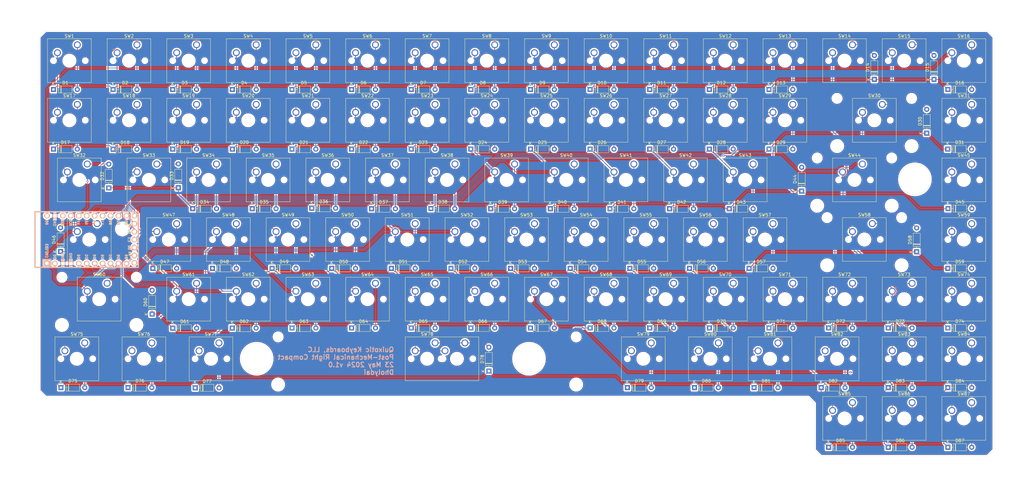
<source format=kicad_pcb>
(kicad_pcb (version 20240108) (generator "pcbnew") (generator_version "8.0")
  (title_block (title "Post-Mechanical Right Compact") (date "2024-05-23") (rev "1.0") (company "Quixotic Keyboards, LLC"))
  (layers (0 "F.Cu" signal) (31 "B.Cu" signal) (34 "B.Paste" user) (35 "F.Paste" user) (36 "B.SilkS" user "B.Silkscreen") (37 "F.SilkS" user "F.Silkscreen") (38 "B.Mask" user) (39 "F.Mask" user) (44 "Edge.Cuts" user))
  (net 0 "")
  (net 1 "Net-(D1-A)")
  (net 2 "Row0")
  (net 3 "Net-(D17-A)")
  (net 4 "Row1")
  (net 5 "Net-(D18-A)")
  (net 6 "Net-(D19-A)")
  (net 7 "Net-(D20-A)")
  (net 8 "Net-(D21-A)")
  (net 9 "Net-(D22-A)")
  (net 10 "Net-(D23-A)")
  (net 11 "Row5")
  (net 12 "Net-(D24-A)")
  (net 13 "Net-(D25-A)")
  (net 14 "Net-(D26-A)")
  (net 15 "Net-(D27-A)")
  (net 16 "Net-(D28-A)")
  (net 17 "Net-(D29-A)")
  (net 18 "Net-(D30-A)")
  (net 19 "Net-(D31-A)")
  (net 20 "Net-(D32-A)")
  (net 21 "Net-(D33-A)")
  (net 22 "Row2")
  (net 23 "Net-(D34-A)")
  (net 24 "Net-(D35-A)")
  (net 25 "Net-(D36-A)")
  (net 26 "Net-(D37-A)")
  (net 27 "Net-(D38-A)")
  (net 28 "Net-(D39-A)")
  (net 29 "Net-(D40-A)")
  (net 30 "Net-(D41-A)")
  (net 31 "Net-(D42-A)")
  (net 32 "Net-(D43-A)")
  (net 33 "Net-(D51-A)")
  (net 34 "Row3")
  (net 35 "Net-(D52-A)")
  (net 36 "Net-(D53-A)")
  (net 37 "Net-(D54-A)")
  (net 38 "Net-(D55-A)")
  (net 39 "Net-(D56-A)")
  (net 40 "Row4")
  (net 41 "Net-(D75-A)")
  (net 42 "Net-(D76-A)")
  (net 43 "Net-(D77-A)")
  (net 44 "Net-(D78-A)")
  (net 45 "Net-(D79-A)")
  (net 46 "Net-(D80-A)")
  (net 47 "Net-(D81-A)")
  (net 48 "Net-(D82-A)")
  (net 49 "Net-(D83-A)")
  (net 50 "Net-(D84-A)")
  (net 51 "Net-(D85-A)")
  (net 52 "Net-(D86-A)")
  (net 53 "Net-(D87-A)")
  (net 54 "Col0")
  (net 55 "Col1")
  (net 56 "Col2")
  (net 57 "Col3")
  (net 58 "Col4")
  (net 59 "Col5")
  (net 60 "Col6")
  (net 61 "Col7")
  (net 62 "Col8")
  (net 63 "Col9")
  (net 64 "Col10")
  (net 65 "Col11")
  (net 66 "Col12")
  (net 67 "Col13")
  (net 68 "Col14")
  (net 69 "Col15")
  (net 70 "GND")
  (net 73 "+5V")
  (net 75 "Net-(D48-A)")
  (net 76 "Net-(D49-A)")
  (net 77 "Net-(D50-A)")
  (net 78 "Net-(D44-A)")
  (net 79 "Net-(D45-A)")
  (net 80 "Net-(D46-A)")
  (net 81 "Net-(D47-A)")
  (net 82 "Net-(D58-A)")
  (net 83 "Net-(D59-A)")
  (net 84 "Net-(D57-A)")
  (net 85 "Net-(D60-A)")
  (net 86 "Net-(D61-A)")
  (net 87 "Net-(D62-A)")
  (net 88 "Net-(D63-A)")
  (net 89 "Net-(D64-A)")
  (net 90 "Net-(D65-A)")
  (net 91 "Net-(D66-A)")
  (net 92 "Net-(D67-A)")
  (net 93 "Net-(D68-A)")
  (net 94 "Net-(D69-A)")
  (net 95 "Net-(D70-A)")
  (net 96 "Net-(D71-A)")
  (net 97 "Net-(D72-A)")
  (net 98 "Net-(D74-A)")
  (net 99 "Net-(D73-A)")
  (net 100 "Net-(D2-A)")
  (net 101 "Net-(D3-A)")
  (net 102 "Net-(D4-A)")
  (net 103 "Net-(D5-A)")
  (net 104 "Net-(D6-A)")
  (net 105 "Net-(D7-A)")
  (net 106 "Net-(D8-A)")
  (net 107 "Net-(D9-A)")
  (net 108 "Net-(D10-A)")
  (net 109 "Net-(D11-A)")
  (net 110 "Net-(D12-A)")
  (net 111 "Net-(D13-A)")
  (net 112 "Net-(D14-A)")
  (net 113 "Net-(D15-A)")
  (net 114 "Net-(D16-A)")
  (footprint "Button_Switch_Keyboard:SW_Cherry_MX_1.00u_PCB" (layer "F.Cu") (at 286.045 70.4975)
    (property "Reference" "SW12")
    (property "Value" "SW_Push")
  )
  (footprint "Diode_THT:D_DO-35_SOD27_P7.62mm_Horizontal" (layer "F.Cu") (at 189.475 122.8275)
    (property "Reference" "D38")
    (property "Value" "1N4148")
  )
  (footprint "Diode_THT:D_DO-35_SOD27_P7.62mm_Horizontal" (layer "F.Cu") (at 350.195 81.5475 90)
    (property "Reference" "D15")
    (property "Value" "1N4148")
  )
  (footprint "Diode_THT:D_DO-35_SOD27_P7.62mm_Horizontal" (layer "F.Cu") (at 354.585 103.8275)
    (property "Reference" "D31")
    (property "Value" "1N4148")
  )
  (footprint "Button_Switch_Keyboard:SW_Cherry_MX_1.00u_PCB" (layer "F.Cu") (at 114.595 70.4975)
    (property "Reference" "SW3")
    (property "Value" "SW_Push")
  )
  (footprint "Button_Switch_Keyboard:SW_Cherry_MX_1.00u_PCB" (layer "F.Cu") (at 114.595 89.5475)
    (property "Reference" "SW19")
    (property "Value" "SW_Push")
  )
  (footprint "Button_Switch_Keyboard:SW_Cherry_MX_1.00u_PCB" (layer "F.Cu") (at 362.2525 184.7975)
    (property "Reference" "SW87")
    (property "Value" "SW_Push")
  )
  (footprint "Diode_THT:D_DO-35_SOD27_P7.62mm_Horizontal" (layer "F.Cu") (at 183.175 84.785)
    (property "Reference" "D7")
    (property "Value" "1N4148")
  )
  (footprint "Button_Switch_Keyboard:SW_Cherry_MX_1.00u_PCB" (layer "F.Cu") (at 228.895 70.4975)
    (property "Reference" "SW9")
    (property "Value" "SW_Push")
  )
  (footprint "Button_Switch_Keyboard:SW_Cherry_MX_1.00u_PCB" (layer "F.Cu") (at 362.2525 165.7475)
    (property "Reference" "SW84")
    (property "Value" "SW_Push")
  )
  (footprint "Diode_THT:D_DO-35_SOD27_P7.62mm_Horizontal" (layer "F.Cu") (at 71.155 136.5575 90)
    (property "Reference" "D46")
    (property "Value" "1N4148")
  )
  (footprint "Button_Switch_Keyboard:SW_Cherry_MX_1.00u_PCB" (layer "F.Cu") (at 324.1525 184.7975)
    (property "Reference" "SW85")
    (property "Value" "SW_Push")
  )
  (footprint "Diode_THT:D_DO-35_SOD27_P7.62mm_Horizontal" (layer "F.Cu") (at 100.395 156.5375 90)
    (property "Reference" "D60")
    (property "Value" "1N4148")
  )
  (footprint "Diode_THT:D_DO-35_SOD27_P7.62mm_Horizontal" (layer "F.Cu") (at 252.23875 180.035)
    (property "Reference" "D79")
    (property "Value" "1N4148")
  )
  (footprint "Diode_THT:D_DO-35_SOD27_P7.62mm_Horizontal" (layer "F.Cu") (at 265.7275 122.88875)
    (property "Reference" "D42")
    (property "Value" "1N4148")
  )
  (footprint "Dholydai_MX:SW_Cherry_MX_1.6666u_PCB" (layer "F.Cu") (at 82.845 127.6475)
    (property "Reference" "SW46")
    (property "Value" "SW_Push")
  )
  (footprint "Button_Switch_Keyboard:SW_Cherry_MX_1.00u_PCB" (layer "F.Cu") (at 343.2 146.6975)
    (property "Reference" "SW73")
    (property "Value" "SW_Push")
  )
  (footprint "Diode_THT:D_DO-35_SOD27_P7.62mm_Horizontal" (layer "F.Cu") (at 272.075 141.935)
    (property "Reference" "D56")
    (property "Value" "1N4148")
  )
  (footprint "Button_Switch_Keyboard:SW_Cherry_MX_1.00u_PCB" (layer "F.Cu") (at 305.095 70.4975)
    (property "Reference" "SW13")
    (property "Value" "SW_Push")
  )
  (footprint "Diode_THT:D_DO-35_SOD27_P7.62mm_Horizontal" (layer "F.Cu") (at 291.125 141.935)
    (property "Reference" "D57")
    (property "Value" "1N4148")
  )
  (footprint "Diode_THT:D_DO-35_SOD27_P7.62mm_Horizontal" (layer "F.Cu") (at 354.6325 199.085)
    (property "Reference" "D87")
    (property "Value" "1N4148")
  )
  (footprint "Dholydai_MX:SW_Cherry_MX_2.6666u_PCB" (layer "F.Cu") (at 327.325 108.5975)
    (property "Reference" "SW44")
    (property "Value" "SW_Push")
  )
  (footprint "Diode_THT:D_DO-35_SOD27_P7.62mm_Horizontal" (layer "F.Cu") (at 208.57875 122.88875)
    (property "Reference" "D39")
    (property "Value" "1N4148")
  )
  (footprint "Diode_THT:D_DO-35_SOD27_P7.62mm_Horizontal" (layer "F.Cu") (at 132.375 122.8675)
    (property "Reference" "D35")
    (property "Value" "1N4148")
  )
  (footprint "Diode_THT:D_DO-35_SOD27_P7.62mm_Horizontal" (layer "F.Cu") (at 71.26 180.035)
    (property "Reference" "D75")
    (property "Value" "1N4148")
  )
  (footprint "Button_Switch_Keyboard:SW_Cherry_MX_1.00u_PCB" (layer "F.Cu") (at 362.245 108.5975)
    (property "Reference" "SW45")
    (property "Value" "SW_Push")
  )
  (footprint "Diode_THT:D_DO-35_SOD27_P7.62mm_Horizontal" (layer "F.Cu") (at 202.23 160.985)
    (property "Reference" "D66")
    (property "Value" "1N4148")
  )
  (footprint "Diode_THT:D_DO-35_SOD27_P7.62mm_Horizontal" (layer "F.Cu") (at 68.875 103.835)
    (property "Reference" "D17")
    (property "Value" "1N4148")
  )
  (footprint "Button_Switch_Keyboard:SW_Cherry_MX_1.00u_PCB" (layer "F.Cu") (at 152.695 89.5475)
    (property "Reference" "SW21")
    (property "Value" "SW_Push")
  )
  (footprint "Diode_THT:D_DO-35_SOD27_P7.62mm_Horizontal" (layer "F.Cu") (at 145.075 84.785)
    (property "Reference" "D5")
    (property "Value" "1N4148")
  )
  (footprint "Button_Switch_Keyboard:SW_Cherry_MX_1.00u_PCB" (layer "F.Cu") (at 95.545 89.5475)
    (property "Reference" "SW18")
    (property "Value" "SW_Push")
  )
  (footprint "Button_Switch_Keyboard:SW_Cherry_MX_1.00u_PCB" (layer "F.Cu") (at 146.345 127.6475)
    (property "Reference" "SW49")
    (property "Value" "SW_Push")
  )
  (footprint "Button_Switch_Keyboard:SW_Cherry_MX_1.00u_PCB" (layer "F.Cu") (at 190.795 89.5475)
    (property "Reference" "SW23")
    (property "Value" "SW_Push")
  )
  (footprint "Diode_THT:D_DO-35_SOD27_P7.62mm_Horizontal" (layer "F.Cu") (at 278.425 103.835)
    (property "Reference" "D28")
    (property "Value" "1N4148")
  )
  (footprint "Diode_THT:D_DO-35_SOD27_P7.62mm_Horizontal" (layer "F.Cu") (at 347.875 98.7475 90)
    (property "Reference" "D30")
    (property "Value" "1N4148")
  )
  (footprint "Button_Switch_Keyboard:SW_Cherry_MX_1.00u_PCB" (layer "F.Cu") (at 184.445 127.6475)
    (property "Reference" "SW51")
    (property "Value" "SW_Push")
  )
  (footprint "Diode_THT:D_DO-35_SOD27_P7.62mm_Horizontal" (layer "F.Cu") (at 138.725 141.935)
    (property "Reference" "D49")
    (property "Value" "1N4148")
  )
  (footprint "Button_Switch_Keyboard:SW_Cherry_MX_1.00u_PCB" (layer "F.Cu") (at 228.9 146.6975)
    (property "Reference" "SW67")
    (property "Value" "SW_Push")
  )
  (footprint "Button_Switch_Keyboard:SW_Cherry_MX_1.00u_PCB" (layer "F.Cu") (at 305.1 146.6875)
    (property "Reference" "SW71")
    (property "Value" "SW_Push")
  )
  (footprint "Button_Switch_Keyboard:SW_Cherry_MX_1.00u_PCB" (layer "F.Cu") (at 273.3475 108.60125)
    (property "Reference" "SW42")
    (property "Value" "SW_Push")
  )
  (footprint "Diode_THT:D_DO-35_SOD27_P7.62mm_Horizontal" (layer "F.Cu") (at 284.7775 122.88875)
    (property "Reference" "D43")
    (property "Value" "1N4148")
  )
  (footprint "Diode_THT:D_DO-35_SOD27_P7.62mm_Horizontal" (layer "F.Cu") (at 335.5825 199.085)
    (property "Reference" "D86")
    (property "Value" "1N4148")
  )
  (footprint "Button_Switch_Keyboard:SW_Cherry_MX_1.00u_PCB" (layer "F.Cu") (at 292.3975 108.60125)
    (property "Reference" "SW43")
    (property "Value" "SW_Push")
  )
  (footprint "Button_Switch_Keyboard:SW_Cherry_MX_1.00u_PCB" (layer "F.Cu") (at 152.695 70.4975)
    (property "Reference" "SW5")
    (property "Value" "SW_Push")
  )
  (footprint "Button_Switch_Keyboard:SW_Cherry_MX_1.00u_PCB" (layer "F.Cu") (at 114.6 146.6975)
    (property "Reference" "SW61")
    (property "Value" "SW_Push")
  )
  (footprint "Diode_THT:D_DO-35_SOD27_P7.62mm_Horizontal" (layer "F.Cu") (at 335.5825 180.035)
    (property "Reference" "D83")
    (property "Value" "1N4148")
  )
  (footprint "Diode_THT:D_DO-35_SOD27_P7.62mm_Horizontal" (layer "F.Cu") (at 354.625 141.93625)
    (property "Reference" "D59")
    (property "Value" "1N4148")
  )
  (footprint "Diode_THT:D_DO-35_SOD27_P7.62mm_Horizontal" (layer "F.Cu") (at 183.175 103.835)
    (property "Reference" "D23")
    (property "Value" "1N4148")
  )
  (footprint "Diode_THT:D_DO-35_SOD27_P7.62mm_Horizontal" (layer "F.Cu") (at 106.995 161.0475)
    (property "Reference" "D61")
    (property "Value" "1N4148")
  )
  (footprint "Dholydai_MX:SW_Cherry_MX_6.00u_PCB_Stagger" (layer "F.Cu") (at 190.8025 165.7475)
    (property "Reference" "SW78")
    (property "Value" "SW_Push")
  )
  (footprint "Button_Switch_Keyboard:SW_Cherry_MX_1.00u_PCB" (layer "F.Cu") (at 241.595 127.6475)
    (property "Reference" "SW54")
    (property "Value" "SW_Push")
  )
  (footprint "Button_Switch_Keyboard:SW_Cherry_MX_1.00u_PCB" (layer "F.Cu") (at 254.2975 108.60125)
    (property "Reference" "SW41")
    (property "Value" "SW_Push")
  )
  (footprint "Diode_THT:D_DO-35_SOD27_P7.62mm_Horizontal" (layer "F.Cu") (at 278.43 160.975)
    (property "Reference" "D70")
    (property "Value" "1N4148")
  )
  (footprint "Button_Switch_Keyboard:SW_Cherry_MX_1.00u_PCB" (layer "F.Cu") (at 101.905 108.5975)
    (property "Reference" "SW33")
    (property "Value" "SW_Push")
  )
  (footprint "Button_Switch_Keyboard:SW_Cherry_MX_1.00u_PCB" (layer "F.Cu") (at 171.75 146.6975)
    (property "Reference" "SW64")
    (property "Value" "SW_Push")
  )
  (footprint "Button_Switch_Keyboard:SW_Cherry_MX_1.00u_PCB" (layer "F.Cu") (at 190.8 146.6975)
    (property "Reference" "SW65")
    (property "Value" "SW_Push")
  )
  (footprint "Diode_THT:D_DO-35_SOD27_P7.62mm_Horizontal" (layer "F.Cu") (at 157.775 141.935)
    (property "Reference" "D50")
    (property "Value" "1N4148")
  )
  (footprint "Diode_THT:D_DO-35_SOD27_P7.62mm_Horizontal" (layer "F.Cu") (at 202.225 103.835)
    (property "Reference" "D24")
    (property "Value" "1N4148")
  )
  (footprint "Diode_THT:D_DO-35_SOD27_P7.62mm_Horizontal" (layer "F.Cu") (at 240.325 84.785)
    (property "Reference" "D10")
    (property "Value" "1N4148")
  )
  (footprint "Button_Switch_Keyboard:SW_Cherry_MX_1.00u_PCB" (layer "F.Cu") (at 209.845 70.4975)
    (property "Reference" "SW8")
    (property "Value" "SW_Push")
  )
  (footprint "Diode_THT:D_DO-35_SOD27_P7.62mm_Horizontal" (layer "F.Cu") (at 259.375 84.785)
    (property "Reference" "D11")
    (property "Value" "1N4148")
  )
  (footprint "Button_Switch_Keyboard:SW_Cherry_MX_1.00u_PCB" (layer "F.Cu") (at 133.645 89.5475)
    (property "Reference" "SW20")
    (property "Value" "SW_Push")
  )
  (footprint "Button_Switch_Keyboard:SW_Cherry_MX_1.00u_PCB" (layer "F.Cu") (at 343.2025 165.7475)
    (property "Reference" "SW83")
    (property "Value" "SW_Push")
  )
  (footprint "Button_Switch_Keyboard:SW_Cherry_MX_1.00u_PCB" (layer "F.Cu") (at 266.995 89.5475)
    (property "Reference" "SW27")
    (property "Value" "SW_Push")
  )
  (footprint "Button_Switch_Keyboard:SW_Cherry_MX_1.00u_PCB" (layer "F.Cu") (at 222.545 127.6475)
    (property "Reference" "SW53")
    (property "Value" "SW_Push")
  )
  (footprint "Diode_THT:D_DO-35_SOD27_P7.62mm_Horizontal" (layer "F.Cu") (at 126.025 84.785)
    (property "Reference" "D4")
    (property "Value" "1N4148")
  )
  (footprint "Diode_THT:D_DO-35_SOD27_P7.62mm_Horizontal" (layer "F.Cu") (at 233.975 141.935)
    (property "Reference" "D54")
    (property "Value" "1N4148")
  )
  (footprint "Button_Switch_Keyboard:SW_Cherry_MX_1.00u_PCB" (layer "F.Cu") (at 260.645 127.6475)
    (property "Reference" "SW55")
    (property "Value" "SW_Push")
  )
  (footprint "Diode_THT:D_DO-35_SOD27_P7.62mm_Horizontal" (layer "F.Cu") (at 259.375 103.835)
    (property "Reference" "D27")
    (property "Value" "1N4148")
  )
  (footprint "Button_Switch_Keyboard:SW_Cherry_MX_1.00u_PCB" (layer "F.Cu") (at 108.245 127.6475)
    (property "Reference" "SW47")
    (property "Value" "SW_Push")
  )
  (footprint "Diode_THT:D_DO-35_SOD27_P7.62mm_Horizontal" (layer "F.Cu") (at 259.38 160.975)
    (property "Reference" "D69")
    (property "Value" "1N4148")
  )
  (footprint "Diode_THT:D_DO-35_SOD27_P7.62mm_Horizontal" (layer "F.Cu") (at 164.13 160.985)
    (property "Reference" "D64")
    (property "Value" "1N4148")
  )
  (footprint "Diode_THT:D_DO-35_SOD27_P7.62mm_Horizontal" (layer "F.Cu") (at 354.665 122.8375)
    (property "Reference" "D45")
    (property "Value" "1N4148")
  )
  (footprint "Diode_THT:D_DO-35_SOD27_P7.62mm_Horizontal" (layer "F.Cu") (at 126.025 103.835)
    (property "Reference" "D20")
    (property "Value" "1N4148")
  )
  (footprint "Diode_THT:D_DO-35_SOD27_P7.62mm_Horizontal" (layer "F.Cu") (at 106.975 84.785)
    (property "Reference" "D3")
    (property "Value" "1N4148")
  )
  (footprint "Button_Switch_Keyboard:SW_Cherry_MX_1.00u_PCB" (layer "F.Cu") (at 209.845 89.5475)
    (property "Reference" "SW24")
    (property "Value" "SW_Push")
  )
  (footprint "Button_Switch_Keyboard:SW_Cherry_MX_1.00u_PCB" (layer "F.Cu") (at 281.29 165.7475)
    (property "Reference" "SW80")
    (property "Value" "SW_Push")
  )
  (footprint "Diode_THT:D_DO-35_SOD27_P7.62mm_Horizontal" (layer "F.Cu") (at 176.825 141.935)
    (property "Reference" "D51")
    (property "Value" "1N4148")
  )
  (footprint "Button_Switch_Keyboard:SW_Cherry_MX_1.00u_PCB" (layer "F.Cu") (at 171.745 89.5475)
    (property "Reference" "SW22")
    (property "Value" "SW_Push")
  )
  (footprint "Diode_THT:D_DO-35_SOD27_P7.62mm_Horizontal" (layer "F.Cu") (at 273.67 180.035)
    (property "Reference" "D80")
    (property "Value" "1N4148")
  )
  (footprint "Diode_THT:D_DO-35_SOD27_P7.62mm_Horizontal" (layer "F.Cu") (at 202.225 84.785)
    (property "Reference" "D8")
    (property "Value" "1N4148")
  )
  (footprint "Diode_THT:D_DO-35_SOD27_P7.62mm_Horizontal" (layer "F.Cu") (at 297.475 103.835)
    (property "Reference" "D29")
    (property "Value" "1N4148")
  )
  (footprint "Diode_THT:D_DO-35_SOD27_P7.62mm_Horizontal" (layer "F.Cu") (at 145.075 103.835)
    (property "Reference" "D21")
    (property "Value" "1N4148")
  )
  (footprint "Diode_THT:D_DO-35_SOD27_P7.62mm_Horizontal" (layer "F.Cu") (at 240.33 160.985)
    (property "Reference" "D68")
    (property "Value" "1N4148")
  )
  (footprint "Button_Switch_Keyboard:SW_Cherry_MX_1.00u_PCB" (layer "F.Cu") (at 267 146.6975)
    (property "Reference" "SW69")
    (property "Value" "SW_Push")
  )
  (footprint "Diode_THT:D_DO-35_SOD27_P7.62mm_Horizontal" (layer "F.Cu") (at 297.48 160.975)
    (property "Reference" "D71")
    (property "Value" "1N4148")
  )
  (footprint "Diode_THT:D_DO-35_SOD27_P7.62mm_Horizontal" (layer "F.Cu") (at 344.655 136.6375 90)
    (property "Reference" "D58")
    (property "Value" "1N4148")
  )
  (footprint "Button_Switch_Keyboard:SW_Cherry_MX_1.00u_PCB" (layer "F.Cu") (at 235.2475 108.60125)
    (property "Reference" "SW40")
    (property "Value" "SW_Push")
  )
  (footprint "Diode_THT:D_DO-35_SOD27_P7.62mm_Horizontal" (layer "F.Cu") (at 221.275 84.785)
    (property "Reference" "D9")
    (property "Value" "1N4148")
  )
  (footprint "Diode_THT:D_DO-35_SOD27_P7.62mm_Horizontal" (layer "F.Cu") (at 207.985 174.7375 90)
    (property "Reference" "D78")
    (property "Value" "1N4148")
  )
  (footprint "Diode_THT:D_DO-35_SOD27_P7.62mm_Horizontal" (layer "F.Cu") (at 86.555 116.2475 90)
    (property "Reference" "D32")
    (property "Value" "1N4148")
  )
  (footprint "Button_Switch_Keyboard:SW_Cherry_MX_1.25u_PCB" (layer "F.Cu") (at 78.88 165.7475)
    (property "Reference" "SW75")
    (property "Value" "SW_Push")
  )
  (footprint "Button_Switch_Keyboard:SW_Cherry_MX_1.00u_PCB" (layer "F.Cu") (at 133.645 70.4975)
    (property "Reference" "SW4")
    (property "Value" "SW_Push")
  )
  (footprint "Diode_THT:D_DO-35_SOD27_P7.62mm_Horizontal" (layer "F.Cu") (at 170.505 122.8875)
    (property "Reference" "D37")
    (property "Value" "1N4148")
  )
  (footprint "Button_Switch_Keyboard:SW_Cherry_MX_1.00u_PCB" (layer "F.Cu") (at 228.895 89.5475)
    (property "Reference" "SW25")
    (property "Value" "SW_Push")
  )
  (footprint "Button_Switch_Keyboard:SW_Cherry_MX_1.00u_PCB" (layer "F.Cu") (at 165.395 127.6475)
    (property "Reference" "SW50")
    (property "Value" "SW_Push")
  )
  (footprint "Diode_THT:D_DO-35_SOD27_P7.62mm_Horizontal" (layer "F.Cu") (at 183.18 160.985)
    (property "Reference" "D65")
    (property "Value" "1N4148")
  )
  (footprint "Button_Switch_Keyboard:SW_Cherry_MX_1.00u_PCB" (layer "F.Cu") (at 133.65 146.6975)
    (property "Reference" "SW62")
    (property "Value" "SW_Push")
  )
  (footprint "Diode_THT:D_DO-35_SOD27_P7.62mm_Horizontal" (layer "F.Cu") (at 87.925 103.87875)
    (property "Reference" "D18")
    (property "Value" "1N4148")
  )
  (footprint "Diode_THT:D_DO-35_SOD27_P7.62mm_Horizontal" (layer "F.Cu") (at 331.135 81.5475 90)
    (property "Reference" "D14")
    (property "Value" "1N4148")
  )
  (footprint "Button_Switch_Keyboard:SW_Cherry_MX_1.00u_PCB" (layer "F.Cu") (at 190.795 70.4975)
    (property "Reference" "SW7")
    (property "Value" "SW_Push")
  )
  (footprint "Diode_THT:D_DO-35_SOD27_P7.62mm_Horizontal" (layer "F.Cu") (at 246.6775 122.88875)
    (property "Reference" "D41")
    (property "Value" "1N4148")
  )
  (footprint "Button_Switch_Keyboard:SW_Cherry_MX_1.00u_PCB" (layer "F.Cu") (at 362.25 146.6975)
    (property "Reference" "SW74")
    (property "Value" "SW_Push")
  )
  (footprint "Button_Switch_Keyboard:SW_Cherry_MX_1.00u_PCB" (layer "F.Cu") (at 247.945 89.5475)
    (property "Reference" "SW26")
    (property "Value" "SW_Push")
  )
  (footprint "Diode_THT:D_DO-35_SOD27_P7.62mm_Horizontal" (layer "F.Cu") (at 297.475 84.785)
    (property "Reference" "D13")
    (property "Value" "1N4148")
  )
  (footprint "Button_Switch_Keyboard:SW_Cherry_MX_1.00u_PCB" (layer "F.Cu") (at 76.495 70.4975)
    (property "Reference" "SW1")
    (property "Value" "SW_Push")
  )
  (footprint "Dholydai_MX:SW_Cherry_MX_1.3333u_PCB" (layer "F.Cu") (at 79.67 108.5975)
    (property "Reference" "SW32")
    (property "Value" "SW_Push")
  )
  (footprint "Button_Switch_Keyboard:SW_Cherry_MX_2.00u_PCB" (layer "F.Cu") (at 333.675 89.5475)
    (property "Reference" "SW30")
    (property "Value" "SW_Push")
  )
  (footprint "Diode_THT:D_DO-35_SOD27_P7.62mm_Horizontal" (layer "F.Cu") (at 354.63 160.985)
    (property "Reference" "D74")
    (property "Value" "1N4148")
  )
  (footprint "Diode_THT:D_DO-35_SOD27_P7.62mm_Horizontal" (layer "F.Cu") (at 151.415 122.7175)
    (property "Reference" "D36")
    (property "Value" "1N4148")
  )
  (footprint "Diode_THT:D_DO-35_SOD27_P7.62mm_Horizontal" (layer "F.Cu") (at 354.625 84.785)
    (property "Reference" "D16")
    (property "Value" "1N4148")
  )
  (footprint "Button_Switch_Keyboard:SW_Cherry_MX_1.00u_PCB" (layer "F.Cu") (at 171.745 70.4975)
    (property "Reference" "SW6")
    (property "Value" "SW_Push")
  )
  (footprint "Dholydai_MX:SW_Cherry_MX_2.3333u_PCB" (layer "F.Cu") (at 330.485 127.63)
    (property "Reference" "SW58")
    (property "Value" "SW_Push")
  )
  (footprint "Button_Switch_Keyboard:SW_Cherry_MX_1.00u_PCB" (layer "F.Cu") (at 362.245 127.64875)
    (property "Reference" "SW59")
    (property "Value" "SW_Push")
  )
  (footprint "Button_Switch_Keyboard:SW_Cherry_MX_1.00u_PCB" (layer "F.Cu") (at 298.745 127.6475)
    (property "Reference" "SW57")
    (property "Value" "SW_Push")
  )
  (footprint "Button_Switch_Keyboard:SW_Cherry_MX_1.00u_PCB" (layer "F.Cu") (at 324.15 146.6875)
    (property "Reference" "SW72")
    (property "Value" "SW_Push")
  )
  (footprint "Diode_THT:D_DO-35_SOD27_P7.62mm_Horizontal" (layer "F.Cu") (at 68.875 84.785)
    (property "Reference" "D1")
    (property "Value" "1N4148")
  )
  (footprint "Diode_THT:D_DO-35_SOD27_P7.62mm_Horizontal" (layer "F.Cu") (at 316.53 160.975)
    (property "Reference" "D72")
    (property "Value" "1N4148")
  )
  (footprint "Button_Switch_Keyboard:SW_Cherry_MX_2.00u_PCB" (layer "F.Cu") (at 86.025 146.6975)
    (property "Reference" "SW60")
    (property "Value" "SW_Push")
  )
  (footprint "Button_Switch_Keyboard:SW_Cherry_MX_1.00u_PCB" (layer "F.Cu") (at 120.95 108.6025)
    (property "Reference" "SW34")
    (property "Value" "SW_Push")
  )
  (footprint "Button_Switch_Keyboard:SW_Cherry_MX_1.00u_PCB" (layer "F.Cu") (at 152.7 146.6975)
    (property "Reference" "SW63")
    (property "Value" "SW_Push")
  )
  (footprint "Diode_THT:D_DO-35_SOD27_P7.62mm_Horizontal" (layer "F.Cu") (at 278.425 84.785)
    (property "Reference" "D12")
    (property "Value" "1N4148")
  )
  (footprint "Diode_THT:D_DO-35_SOD27_P7.62mm_Horizontal" (layer "F.Cu") (at 292.72 180.035)
    (property "Reference" "D81")
    (property "Value" "1N4148")
  )
  (footprint "Button_Switch_Keyboard:SW_Cherry_MX_1.00u_PCB" (layer "F.Cu") (at 197.15 108.6025)
    (property "Reference" "SW38")
    (property "Value" "SW_Push")
  )
  (footprint "Diode_THT:D_DO-35_SOD27_P7.62mm_Horizontal" (layer "F.Cu") (at 125.995 161.0175)
    (property "Reference" "D62")
    (property "Value" "1N4148")
  )
  (footprint "Diode_THT:D_DO-35_SOD27_P7.62mm_Horizontal" (layer "F.Cu") (at 113.355 122.8675)
    (property "Reference" "D34")
    (property "Value" "1N4148")
  )
  (footprint "Diode_THT:D_DO-35_SOD27_P7.62mm_Horizontal" (layer "F.Cu") (at 92.69125 180.035)
    (property "Reference" "D76")
    (property "Value" "1N4148")
  )
  (footprint "Diode_THT:D_DO-35_SOD27_P7.62mm_Horizontal" (layer "F.Cu") (at 164.125 103.835)
    (property "Reference" "D22")
    (property "Value" "1N4148")
  )
  (footprint "Button_Switch_Keyboard:SW_Cherry_MX_1.00u_PCB" (layer "F.Cu") (at 100.31125 165.7475)
    (property "Reference" "SW76")
    (property "Value" "SW_Push")
  )
  (footprint "Button_Switch_Keyboard:SW_Cherry_MX_1.00u_PCB" (layer "F.Cu") (at 203.495 127.6475)
    (property "Reference" "SW52")
    (property "Value" "SW_Push")
  )
  (footprint "Diode_THT:D_DO-35_SOD27_P7.62mm_Horizontal" (layer "F.Cu") (at 106.975 103.835)
    (property "Reference" "D19")
    (property "Value" "1N4148")
  )
  (footprint "Button_Switch_Keyboard:SW_Cherry_MX_1.00u_PCB" (layer "F.Cu") (at 300.34 165.7475)
    (property "Reference" "SW81")
    (property "Value" "SW_Push")
  )
  (footprint "Diode_THT:D_DO-35_SOD27_P7.62mm_Horizontal" (layer "F.Cu") (at 119.675 141.935)
    (property "Reference" "D48")
    (property "Value" "1N4148")
  )
  (footprint "Button_Switch_Keyboard:SW_Cherry_MX_1.00u_PCB" (layer "F.Cu") (at 362.245 70.4975)
    (property "Reference" "SW16")
    (property "Value" "SW_Push")
  )
  (footprint "Button_Switch_Keyboard:SW_Cherry_MX_1.00u_PCB" (layer "F.Cu") (at 266.995 70.4975)
    (property "Reference" "SW11")
    (property "Value" "SW_Push")
  )
  (footprint "Button_Switch_Keyboard:SW_Cherry_MX_1.00u_PCB" (layer "F.Cu") (at 362.25 89.5475)
    (property "Reference" "SW31")
    (property "Value" "SW_Push")
  )
  (footprint "Button_Switch_Keyboard:SW_Cherry_MX_1.00u_PCB" (layer "F.Cu") (at 209.85 146.6975)
    (property "Reference" "SW66")
    (property "Value" "SW_Push")
  )
  (footprint "Diode_THT:D_DO-35_SOD27_P7.62mm_Horizontal" (layer "F.Cu") (at 195.875 141.935)
    (property "Reference" "D52")
    (property "Value" "1N4148")
  )
  (footprint "Button_Switch_Keyboard:SW_Cherry_MX_1.00u_PCB" (layer "F.Cu") (at 247.95 146.6975)
    (property "Reference" "SW68")
    (property "Value" "SW_Push")
  )
  (footprint "Button_Switch_Keyboard:SW_Cherry_MX_1.00u_PCB" (layer "F.Cu") (at 286.05 146.6875)
    (property "Reference" "SW70")
    (property "Value" "SW_Push")
  )
  (footprint "Button_Switch_Keyboard:SW_Cherry_MX_1.25u_PCB" (layer "F.Cu") (at 321.77125 165.7475)
    (property "Reference" "SW82")
    (property "Value" "SW_Push")
  )
  (footprint "Diode_THT:D_DO-35_SOD27_P7.62mm_Horizontal" (layer "F.Cu") (at 314.15125 180.035)
    (property "Reference" "D82")
    (property "Value" "1N4148")
  )
  (footprint "Button_Switch_Keyboard:SW_Cherry_MX_1.00u_PCB" (layer "F.Cu") (at 279.695 127.6475)
    (property "Reference" "SW56")
    (property "Value" "SW_Push")
  )
  (footprint "Button_Switch_Keyboard:SW_Cherry_MX_1.00u_PCB" (layer "F.Cu") (at 343.2025 184.7975)
    (property "Reference" "SW86")
    (property "Value" "SW_Push")
  )
  (footprint "Diode_THT:D_DO-35_SOD27_P7.62mm_Horizontal" (layer "F.Cu") (at 221.275 103.835)
    (property "Reference" "D25")
    (property "Value" "1N4148")
  )
  (footprint "Button_Switch_Keyboard:SW_Cherry_MX_1.00u_PCB" (layer "F.Cu") (at 305.095 89.5475)
    (property "Reference" "SW29")
    (property "Value" "SW_Push")
  )
  (footprint "Diode_THT:D_DO-35_SOD27_P7.62mm_Horizontal" (layer "F.Cu") (at 100.625 141.935)
    (property "Reference" "D47")
    (property "Value" "1N4148")
  )
  (footprint "Button_Switch_Keyboard:SW_Cherry_MX_1.00u_PCB" (layer "F.Cu") (at 159.05 108.6025)
    (property "Reference" "SW36")
    (property "Value" "SW_Push")
  )
  (footprint "Button_Switch_Keyboard:SW_Cherry_MX_1.00u_PCB" (layer "F.Cu") (at 178.1 108.6025)
    (property "Reference" "SW37")
    (property "Value" "SW_Push")
  )
  (footprint "Diode_THT:D_DO-35_SOD27_P7.62mm_Horizontal" (layer "F.Cu") (at 214.925 141.935)
    (property "Reference" "D53")
    (property "Value" "1N4148")
  )
  (footprint "Button_Switch_Keyboard:SW_Cherry_MX_1.25u_PCB" (layer "F.Cu") (at 121.745 165.7475)
    (property "Reference" "SW77")
    (property "Value" "SW_Push")
  )
  (footprint "Button_Switch_Keyboard:SW_Cherry_MX_1.00u_PCB" (layer "F.Cu") (at 76.495 89.5475)
    (property "Reference" "SW17")
    (property "Value" "SW_Push")
  )
  (footprint "Keebio_Parts:Elite-C" (layer "F.Cu") (at 80.765 132.7475)
    (property "Reference" "U1" (hide yes))
    (property "Value" "Elite-C" (hide yes))
  )
  (footprint "Button_Switch_Keyboard:SW_Cherry_MX_1.00u_PCB" (layer "F.Cu") (at 216.19875 108.60125)
    (property "Reference" "SW39")
    (property "Value" "SW_Push")
  )
  (footprint "Button_Switch_Keyboard:SW_Cherry_MX_1.00u_PCB" (layer "F.Cu") (at 247.945 70.4975)
    (property "Reference" "SW10")
    (property "Value" "SW_Push")
  )
  (footprint "Diode_THT:D_DO-35_SOD27_P7.62mm_Horizontal" (layer "F.Cu") (at 164.125 84.785)
    (property "Reference" "D6")
    (property "Value" "1N4148")
  )
  (footprint "Button_Switch_Keyboard:SW_Cherry_MX_1.00u_PCB" (layer "F.Cu") (at 127.295 127.6475)
    (property "Reference" "SW48")
    (property "Value" "SW_Push")
  )
  (footprint "Button_Switch_Keyboard:SW_Cherry_MX_1.00u_PCB" (layer "F.Cu") (at 343.195 70.4975)
    (property "Reference" "SW15")
    (property "Value" "SW_Push")
  )
  (footprint "Button_Switch_Keyboard:SW_Cherry_MX_1.00u_PCB" (layer "F.Cu") (at 324.145 70.4975)
    (property "Reference" "SW14")
    (property "Value" "SW_Push")
  )
  (footprint "Diode_THT:D_DO-35_SOD27_P7.62mm_Horizontal" (layer "F.Cu") (at 240.325 103.835)
    (property "Reference" "D26")
    (property "Value" "1N4148")
  )
  (footprint "Button_Switch_Keyboard:SW_Cherry_MX_1.25u_PCB" (layer "F.Cu") (at 259.85875 165.7475)
    (property "Reference" "SW79")
    (property "Value" "SW_Push")
  )
  (footprint "Button_Switch_Keyboard:SW_Cherry_MX_1.00u_PCB" (layer "F.Cu") (at 140 108.6025)
    (property "Reference" "SW35")
    (property "Value" "SW_Push")
  )
  (footprint "Button_Switch_Keyboard:SW_Cherry_MX_1.00u_PCB" (layer "F.Cu") (at 286.045 89.5475)
    (property "Reference" "SW28")
    (property "Value" "SW_Push")
  )
  (footprint "Diode_THT:D_DO-35_SOD27_P7.62mm_Horizontal" (layer "F.Cu") (at 307.915 117.2475 90)
    (property "Reference" "D44")
    (property "Value" "1N4148")
  )
  (footprint "Button_Switch_Keyboard:SW_Cherry_MX_1.00u_PCB" (layer "F.Cu") (at 95.545 70.4975)
    (property "Reference" "SW2")
    (property "Value" "SW_Push")
  )
  (footprint "Diode_THT:D_DO-35_SOD27_P7.62mm_Horizontal" (layer "F.Cu") (at 354.6325 180.035)
    (property "Reference" "D84")
    (property "Value" "1N4148")
  )
  (footprint "Diode_THT:D_DO-35_SOD27_P7.62mm_Horizontal" (layer "F.Cu") (at 253.025 141.935)
    (property "Reference" "D55")
    (property "Value" "1N4148")
  )
  (footprint "Diode_THT:D_DO-35_SOD27_P7.62mm_Horizontal" (layer "F.Cu") (at 221.28 160.985)
    (property "Reference" "D67")
    (property "Value" "1N4148")
  )
  (footprint "Diode_THT:D_DO-35_SOD27_P7.62mm_Horizontal" (layer "F.Cu") (at 335.58 160.985)
    (property "Reference" "D73")
    (property "Value" "1N4148")
  )
  (footprint "Diode_THT:D_DO-35_SOD27_P7.62mm_Horizontal" (layer "F.Cu") (at 87.925 84.785)
    (property "Reference" "D2")
    (property "Value" "1N4148")
  )
  (footprint "Diode_THT:D_DO-35_SOD27_P7.62mm_Horizontal" (layer "F.Cu") (at 316.5325 199.085)
    (property "Reference" "D85")
    (property "Value" "1N4148")
  )
  (footprint "Diode_THT:D_DO-35_SOD27_P7.62mm_Horizontal" (layer "F.Cu") (at 108.765 116.1775 90)
    (property "Reference" "D33")
    (property "Value" "1N4148")
  )
  (footprint "Diode_THT:D_DO-35_SOD27_P7.62mm_Horizontal" (layer "F.Cu") (at 145.095 160.9975)
    (property "Reference" "D63")
    (property "Value" "1N4148")
  )
  (footprint "Diode_THT:D_DO-35_SOD27_P7.62mm_Horizontal" (layer "F.Cu") (at 227.6275 122.88875)
    (property "Reference" "D40")
    (property "Value" "1N4148")
  )
  (footprint "Diode_THT:D_DO-35_SOD27_P7.62mm_Horizontal" (layer "F.Cu") (at 114.165 180.1175)
    (property "Reference" "D77")
    (property "Value" "1N4148")
  )
  (gr_circle (center 133.8 170.8) (end 138.800799 170.8) (stroke (width 0.05)) (fill none) (layer "Edge.Cuts"))
  (gr_line (start 367.225 201.9) (end 369.225 199.9) (stroke (width 0.05)) (layer "Edge.Cuts"))
  (gr_line (start 369.225 68.0175) (end 367.255 66.0175) (stroke (width 0.05)) (layer "Edge.Cuts"))
  (gr_line (start 312.115 185.0075) (end 312.085 199.8875) (stroke (width 0.05)) (layer "Edge.Cuts"))
  (gr_line (start 66.405001 183) (end 310.115 183) (stroke (width 0.05)) (layer "Edge.Cuts"))
  (gr_circle (center 90.905 129.3475) (end 92.905 129.3475) (stroke (width 0.05)) (fill none) (layer "Edge.Cuts"))
  (gr_line (start 312.085 199.8875) (end 314.085 201.9) (stroke (width 0.05)) (layer "Edge.Cuts"))
  (gr_line (start 64.405 68.0175) (end 64.405 181) (stroke (width 0.05)) (layer "Edge.Cuts"))
  (gr_line (start 64.405 68.0175) (end 66.43 66.0175) (stroke (width 0.05)) (layer "Edge.Cuts"))
  (gr_line (start 367.225 201.9) (end 314.085 201.9) (stroke (width 0.05)) (layer "Edge.Cuts"))
  (gr_circle (center 220.8 170.8) (end 225.800799 170.8) (stroke (width 0.05)) (fill none) (layer "Edge.Cuts"))
  (gr_line (start 312.115 185.0075) (end 310.115 183) (stroke (width 0.05)) (layer "Edge.Cuts"))
  (gr_line (start 369.225 199.9) (end 369.225 68.0175) (stroke (width 0.05)) (layer "Edge.Cuts"))
  (gr_line (start 66.43 66.0175) (end 367.255 66.0175) (stroke (width 0.05)) (layer "Edge.Cuts"))
  (gr_circle (center 344.1 113.5) (end 349.100799 113.5) (stroke (width 0.05)) (fill none) (layer "Edge.Cuts"))
  (gr_line (start 64.405 181) (end 66.405001 183) (stroke (width 0.05)) (layer "Edge.Cuts"))
  (gr_text "Quixotic Keyboards, LLC\nPost-Mechanical Right Compact\n23 May 2024 v1.0\nDholydai\n" (at 177.805 176.0175 0) (layer "B.SilkS") (effects (font (size 1.5 1.5) (thickness 0.3) (bold yes)) (justify left bottom mirror)))
  (segment (start 76.495 70.4975) (end 76.495 84.785) (width 0.2) (layer "F.Cu") (net 1))
  (segment (start 93.085 126.0175) (end 93.085 125.90104) (width 0.2) (layer "F.Cu") (net 2))
  (segment (start 93.085 125.90104) (end 93.3713 125.61474) (width 0.2) (layer "F.Cu") (net 2))
  (segment (start 89.035 102.9475) (end 86.725 100.6375) (width 0.2) (layer "F.Cu") (net 2))
  (segment (start 93.3713 125.61474) (end 93.3713 124.4138) (width 0.2) (layer "F.Cu") (net 2))
  (segment (start 86.725 100.6375) (end 86.725 85.985) (width 0.2) (layer "F.Cu") (net 2))
  (segment (start 89.035 104.423064) (end 89.035 102.9475) (width 0.2) (layer "F.Cu") (net 2))
  (segment (start 92.210686 123.253186) (end 92.675 122.788872) (width 0.2) (layer "F.Cu") (net 2))
  (segment (start 94.735 127.6675) (end 93.085 126.0175) (width 0.2) (layer "F.Cu") (net 2))
  (segment (start 92.675 108.063064) (end 89.035 104.423064) (width 0.2) (layer "F.Cu") (net 2))
  (segment (start 93.3713 124.4138) (end 92.210686 123.253186) (width 0.2) (layer "F.Cu") (net 2))
  (segment (start 86.725 85.985) (end 87.925 84.785) (width 0.2) (layer "F.Cu") (net 2))
  (segment (start 92.675 122.788872) (end 92.675 108.063064) (width 0.2) (layer "F.Cu") (net 2))
  (segment (start 221.2975 84.785) (end 222.3975 83.685) (width 0.2) (layer "B.Cu") (net 2))
  (segment (start 203.325 83.685) (end 220.175 83.685) (width 0.2) (layer "B.Cu") (net 2))
  (segment (start 278.4825 84.785) (end 279.5825 83.685) (width 0.2) (layer "B.Cu") (net 2))
  (segment (start 68.875 84.785) (end 69.975 83.685) (width 0.2) (layer "B.Cu") (net 2))
  (segment (start 300.7125 81.5475) (end 331.135 81.5475) (width 0.2) (layer "B.Cu") (net 2))
  (segment (start 106.975 84.785) (end 108.075 83.685) (width 0.2) (layer "B.Cu") (net 2))
  (segment (start 143.975 83.685) (end 145.075 84.785) (width 0.2) (layer "B.Cu") (net 2))
  (segment (start 165.225 83.685) (end 182.075 83.685) (width 0.2) (layer "B.Cu") (net 2))
  (segment (start 124.925 83.685) (end 126.025 84.785) (width 0.2) (layer "B.Cu") (net 2))
  (segment (start 296.375 83.685) (end 297.475 84.785) (width 0.2) (layer "B.Cu") (net 2))
  (segment (start 258.275 83.685) (end 259.375 84.785) (width 0.2) (layer "B.Cu") (net 2))
  (segment (start 260.475 83.685) (end 277.325 83.685) (width 0.2) (layer "B.Cu") (net 2))
  (segment (start 240.325 84.785) (end 241.425 83.685) (width 0.2) (layer "B.Cu") (net 2))
  (segment (start 145.075 84.785) (end 146.175 83.685) (width 0.2) (layer "B.Cu") (net 2))
  (segment (start 202.225 84.785) (end 203.325 83.685) (width 0.2) (layer "B.Cu") (net 2))
  (segment (start 86.825 83.685) (end 87.925 84.785) (width 0.2) (layer "B.Cu") (net 2))
  (segment (start 127.125 83.685) (end 143.975 83.685) (width 0.2) (layer "B.Cu") (net 2))
  (segment (start 278.425 84.785) (end 278.4825 84.785) (width 0.2) (layer "B.Cu") (net 2))
  (segment (start 241.425 83.685) (end 258.275 83.685) (width 0.2) (layer "B.Cu") (net 2))
  (segment (start 350.195 81.5475) (end 351.3875 81.5475) (width 0.2) (layer "B.Cu") (net 2))
  (segment (start 331.135 81.5475) (end 350.195 81.5475) (width 0.2) (layer "B.Cu") (net 2))
  (segment (start 351.3875 81.5475) (end 354.625 84.785) (width 0.2) (layer "B.Cu") (net 2))
  (segment (start 108.075 83.685) (end 124.925 83.685) (width 0.2) (layer "B.Cu") (net 2))
  (segment (start 182.075 83.685) (end 183.175 84.785) (width 0.2) (layer "B.Cu") (net 2))
  (segment (start 163.025 83.685) (end 164.125 84.785) (width 0.2) (layer "B.Cu") (net 2))
  (segment (start 277.325 83.685) (end 278.425 84.785) (width 0.2) (layer "B.Cu") (net 2))
  (segment (start 164.125 84.785) (end 165.225 83.685) (width 0.2) (layer "B.Cu") (net 2))
  (segment (start 220.175 83.685) (end 221.275 84.785) (width 0.2) (layer "B.Cu") (net 2))
  (segment (start 222.3975 83.685) (end 239.225 83.685) (width 0.2) (layer "B.Cu") (net 2))
  (segment (start 69.975 83.685) (end 86.825 83.685) (width 0.2) (layer "B.Cu") (net 2))
  (segment (start 259.375 84.785) (end 260.475 83.685) (width 0.2) (layer "B.Cu") (net 2))
  (segment (start 126.025 84.785) (end 127.125 83.685) (width 0.2) (layer "B.Cu") (net 2))
  (segment (start 239.225 83.685) (end 240.325 84.785) (width 0.2) (layer "B.Cu") (net 2))
  (segment (start 146.175 83.685) (end 163.025 83.685) (width 0.2) (layer "B.Cu") (net 2))
  (segment (start 201.125 83.685) (end 202.225 84.785) (width 0.2) (layer "B.Cu") (net 2))
  (segment (start 87.925 84.785) (end 89.025 83.685) (width 0.2) (layer "B.Cu") (net 2))
  (segment (start 183.175 84.785) (end 184.275 83.685) (width 0.2) (layer "B.Cu") (net 2))
  (segment (start 279.5825 83.685) (end 296.375 83.685) (width 0.2) (layer "B.Cu") (net 2))
  (segment (start 221.275 84.785) (end 221.2975 84.785) (width 0.2) (layer "B.Cu") (net 2))
  (segment (start 297.475 84.785) (end 300.7125 81.5475) (width 0.2) (layer "B.Cu") (net 2))
  (segment (start 105.875 83.685) (end 106.975 84.785) (width 0.2) (layer "B.Cu") (net 2))
  (segment (start 89.025 83.685) (end 105.875 83.685) (width 0.2) (layer "B.Cu") (net 2))
  (segment (start 184.275 83.685) (end 201.125 83.685) (width 0.2) (layer "B.Cu") (net 2))
  (segment (start 76.495 89.5475) (end 76.495 103.835) (width 0.2) (layer "F.Cu") (net 3))
  (segment (start 90.925 125.52104) (end 94.735 129.33104) (width 0.2) (layer "F.Cu") (net 4))
  (segment (start 94.735 129.33104) (end 94.735 130.2075) (width 0.2) (layer "F.Cu") (net 4))
  (segment (start 92.275 108.22875) (end 92.275 122.623186) (width 0.2) (layer "F.Cu") (net 4))
  (segment (start 87.925 103.87875) (end 92.275 108.22875) (width 0.2) (layer "F.Cu") (net 4))
  (segment (start 92.275 122.623186) (end 90.925 123.973186) (width 0.2) (layer "F.Cu") (net 4))
  (segment (start 90.925 123.973186) (end 90.925 125.52104) (width 0.2) (layer "F.Cu") (net 4))
  (segment (start 240.325 103.835) (end 241.69125 105.20125) (width 0.2) (layer "B.Cu") (net 4))
  (segment (start 183.175 103.835) (end 184.275 102.735) (width 0.2) (layer "B.Cu") (net 4))
  (segment (start 89.025 102.77875) (end 105.91875 102.77875) (width 0.2) (layer "B.Cu") (net 4))
  (segment (start 202.845 105.1975) (end 219.9125 105.1975) (width 0.2) (layer "B.Cu") (net 4))
  (segment (start 221.275 103.835) (end 222.64125 105.20125) (width 0.2) (layer "B.Cu") (net 4))
  (segment (start 127.125 102.735) (end 143.975 102.735) (width 0.2) (layer "B.Cu") (net 4))
  (segment (start 282.580786 104.9375) (end 296.3725 104.9375) (width 0.2) (layer "B.Cu") (net 4))
  (segment (start 219.9125 105.1975) (end 221.275 103.835) (width 0.2) (layer "B.Cu") (net 4))
  (segment (start 282.317035 105.20125) (end 282.580786 104.9375) (width 0.2) (layer "B.Cu") (net 4))
  (segment (start 146.175 102.735) (end 163.025 102.735) (width 0.2) (layer "B.Cu") (net 4))
  (segment (start 126.025 103.835) (end 127.125 102.735) (width 0.2) (layer "B.Cu") (net 4))
  (segment (start 238.95875 105.20125) (end 240.325 103.835) (width 0.2) (layer "B.Cu") (net 4))
  (segment (start 124.925 102.735) (end 126.025 103.835) (width 0.2) (layer "B.Cu") (net 4))
  (segment (start 279.79125 105.20125) (end 282.317035 105.20125) (width 0.2) (layer "B.Cu") (net 4))
  (segment (start 182.075 102.735) (end 183.175 103.835) (width 0.2) (layer "B.Cu") (net 4))
  (segment (start 164.125 103.835) (end 165.225 102.735) (width 0.2) (layer "B.Cu") (net 4))
  (segment (start 258.00875 105.20125) (end 259.375 103.835) (width 0.2) (layer "B.Cu") (net 4))
  (segment (start 87.925 103.87875) (end 89.025 102.77875) (width 0.2) (layer "B.Cu") (net 4))
  (segment (start 202.225 103.835) (end 202.225 104.5775) (width 0.2) (layer "B.Cu") (net 4))
  (segment (start 347.875 98.7475) (end 302.5625 98.7475) (width 0.2) (layer "B.Cu") (net 4))
  (segment (start 277.05875 105.20125) (end 278.425 103.835) (width 0.2) (layer "B.Cu") (net 4))
  (segment (start 106.975 103.835) (end 108.075 102.735) (width 0.2) (layer "B.Cu") (net 4))
  (segment (start 278.425 103.835) (end 279.79125 105.20125) (width 0.2) (layer "B.Cu") (net 4))
  (segment (start 68.875 103.835) (end 69.975 102.735) (width 0.2) (layer "B.Cu") (net 4))
  (segment (start 143.975 102.735) (end 145.075 103.835) (width 0.2) (layer "B.Cu") (net 4))
  (segment (start 222.64125 105.20125) (end 238.95875 105.20125) (width 0.2) (layer "B.Cu") (net 4))
  (segment (start 302.5625 98.7475) (end 297.475 103.835) (width 0.2) (layer "B.Cu") (net 4))
  (segment (start 259.375 103.835) (end 260.74125 105.20125) (width 0.2) (layer "B.Cu") (net 4))
  (segment (start 108.075 102.735) (end 124.925 102.735) (width 0.2) (layer "B.Cu") (net 4))
  (segment (start 241.69125 105.20125) (end 258.00875 105.20125) (width 0.2) (layer "B.Cu") (net 4))
  (segment (start 354.585 103.8275) (end 352.955 103.8275) (width 0.2) (layer "B.Cu") (net 4))
  (segment (start 352.955 103.8275) (end 347.875 98.7475) (width 0.2) (layer "B.Cu") (net 4))
  (segment (start 145.075 103.835) (end 146.175 102.735) (width 0.2) (layer "B.Cu") (net 4))
  (segment (start 105.91875 102.77875) (end 106.975 103.835) (width 0.2) (layer "B.Cu") (net 4))
  (segment (start 202.225 104.5775) (end 202.845 105.1975) (width 0.2) (layer "B.Cu") (net 4))
  (segment (start 69.975 102.735) (end 86.78125 102.735) (width 0.2) (layer "B.Cu") (net 4))
  (segment (start 86.78125 102.735) (end 87.925 103.87875) (width 0.2) (layer "B.Cu") (net 4))
  (segment (start 201.125 102.735) (end 202.225 103.835) (width 0.2) (layer "B.Cu") (net 4))
  (segment (start 260.74125 105.20125) (end 277.05875 105.20125) (width 0.2) (layer "B.Cu") (net 4))
  (segment (start 296.3725 104.9375) (end 297.475 103.835) (width 0.2) (layer "B.Cu") (net 4))
  (segment (start 165.225 102.735) (end 182.075 102.735) (width 0.2) (layer "B.Cu") (net 4))
  (segment (start 163.025 102.735) (end 164.125 103.835) (width 0.2) (layer "B.Cu") (net 4))
  (segment (start 184.275 102.735) (end 201.125 102.735) (width 0.2) (layer "B.Cu") (net 4))
  (segment (start 95.545 89.5475) (end 95.545 103.87875) (width 0.2) (layer "F.Cu") (net 5))
  (segment (start 114.595 89.5475) (end 114.595 103.835) (width 0.2) (layer "F.Cu") (net 6))
  (segment (start 133.645 89.5475) (end 133.645 103.835) (width 0.2) (layer "F.Cu") (net 7))
  (segment (start 152.695 89.5475) (end 152.695 103.835) (width 0.2) (layer "F.Cu") (net 8))
  (segment (start 171.745 89.5475) (end 171.745 103.835) (width 0.2) (layer "F.Cu") (net 9))
  (segment (start 190.795 89.5475) (end 190.795 103.835) (width 0.2) (layer "F.Cu") (net 10))
  (segment (start 314.15125 180.035) (end 314.15125 196.70375) (width 0.2) (layer "F.Cu") (net 11))
  (segment (start 354.6325 180.035) (end 353.315 181.3525) (width 0.2) (layer "F.Cu") (net 11))
  (segment (start 69.235 157.5775) (end 85.225 141.5875) (width 0.2) (layer "F.Cu") (net 11))
  (segment (start 314.15125 196.70375) (end 316.5325 199.085) (width 0.2) (layer "F.Cu") (net 11))
  (segment (start 334.3825 197.885) (end 335.5825 199.085) (width 0.2) (layer "F.Cu") (net 11))
  (segment (start 334.3825 181.235) (end 334.3825 197.885) (width 0.2) (layer "F.Cu") (net 11))
  (segment (start 69.235 178.01) (end 69.235 157.5775) (width 0.2) (layer "F.Cu") (net 11))
  (segment (start 85.225 141.5875) (end 88.435 141.5875) (width 0.2) (layer "F.Cu") (net 11))
  (segment (start 71.26 180.035) (end 69.235 178.01) (width 0.2) (layer "F.Cu") (net 11))
  (segment (start 353.315 197.7675) (end 354.6325 199.085) (width 0.2) (layer "F.Cu") (net 11))
  (segment (start 88.435 141.5875) (end 89.655 140.3675) (width 0.2) (layer "F.Cu") (net 11))
  (segment (start 353.315 181.3525) (end 353.315 197.7675) (width 0.2) (layer "F.Cu") (net 11))
  (segment (start 335.5825 180.035) (end 334.3825 181.235) (width 0.2) (layer "F.Cu") (net 11))
  (segment (start 353.5325 197.985) (end 354.6325 199.085) (width 0.2) (layer "B.Cu") (net 11))
  (segment (start 336.73 178.8875) (end 335.5825 180.035) (width 0.2) (layer "B.Cu") (net 11))
  (segment (start 316.5325 199.085) (end 317.6325 197.985) (width 0.2) (layer "B.Cu") (net 11))
  (segment (start 117.565 176.7175) (end 206.005 176.7175) (width 0.2) (layer "B.Cu") (net 11))
  (segment (start 248.512579 176.308829) (end 252.23875 180.035) (width 0.2) (layer "B.Cu") (net 11))
  (segment (start 291.62 178.935) (end 292.72 180.035) (width 0.2) (layer "B.Cu") (net 11))
  (segment (start 334.4825 197.985) (end 335.5825 199.085) (width 0.2) (layer "B.Cu") (net 11))
  (segment (start 71.26 180.035) (end 72.36 178.935) (width 0.2) (layer "B.Cu") (net 11))
  (segment (start 274.77 178.935) (end 291.62 178.935) (width 0.2) (layer "B.Cu") (net 11))
  (segment (start 72.36 178.935) (end 91.59125 178.935) (width 0.2) (layer "B.Cu") (net 11))
  (segment (start 92.69125 180.035) (end 93.79125 178.935) (width 0.2) (layer "B.Cu") (net 11))
  (segment (start 353.485 178.8875) (end 336.73 178.8875) (width 0.2) (layer "B.Cu") (net 11))
  (segment (start 272.57 178.935) (end 273.67 180.035) (width 0.2) (layer "B.Cu") (net 11))
  (segment (start 315.25125 178.935) (end 314.15125 180.035) (width 0.2) (layer "B.Cu") (net 11))
  (segment (start 114.165 180.1175) (end 117.565 176.7175) (width 0.2) (layer "B.Cu") (net 11))
  (segment (start 206.005 176.7175) (end 207.985 174.7375) (width 0.2) (layer "B.Cu") (net 11))
  (segment (start 334.4825 178.935) (end 315.25125 178.935) (width 0.2) (layer "B.Cu") (net 11))
  (segment (start 354.6325 180.035) (end 353.485 178.8875) (width 0.2) (layer "B.Cu") (net 11))
  (segment (start 293.82 178.935) (end 313.05125 178.935) (width 0.2) (layer "B.Cu") (net 11))
  (segment (start 336.6825 197.985) (end 353.5325 197.985) (width 0.2) (layer "B.Cu") (net 11))
  (segment (start 335.5825 180.035) (end 334.4825 178.935) (width 0.2) (layer "B.Cu") (net 11))
  (segment (start 112.9825 178.935) (end 114.165 180.1175) (width 0.2) (layer "B.Cu") (net 11))
  (segment (start 313.05125 178.935) (end 314.15125 180.035) (width 0.2) (layer "B.Cu") (net 11))
  (segment (start 335.5825 199.085) (end 336.6825 197.985) (width 0.2) (layer "B.Cu") (net 11))
  (segment (start 317.6325 197.985) (end 334.4825 197.985) (width 0.2) (layer "B.Cu") (net 11))
  (segment (start 209.556329 176.308829) (end 248.512579 176.308829) (width 0.2) (layer "B.Cu") (net 11))
  (segment (start 292.72 180.035) (end 293.82 178.935) (width 0.2) (layer "B.Cu") (net 11))
  (segment (start 253.33875 178.935) (end 272.57 178.935) (width 0.2) (layer "B.Cu") (net 11))
  (segment (start 252.23875 180.035) (end 253.33875 178.935) (width 0.2) (layer "B.Cu") (net 11))
  (segment (start 93.79125 178.935) (end 112.9825 178.935) (width 0.2) (layer "B.Cu") (net 11))
  (segment (start 273.67 180.035) (end 274.77 178.935) (width 0.2) (layer "B.Cu") (net 11))
  (segment (start 91.59125 178.935) (end 92.69125 180.035) (width 0.2) (layer "B.Cu") (net 11))
  (segment (start 207.985 174.7375) (end 209.556329 176.308829) (width 0.2) (layer "B.Cu") (net 11))
  (segment (start 209.845 89.5475) (end 209.845 103.835) (width 0.2) (layer "F.Cu") (net 12))
  (segment (start 228.895 89.5475) (end 228.895 103.835) (width 0.2) (layer "F.Cu") (net 13))
  (segment (start 247.945 89.5475) (end 247.945 103.835) (width 0.2) (layer "F.Cu") (net 14))
  (segment (start 266.995 89.5475) (end 266.995 103.835) (width 0.2) (layer "F.Cu") (net 15))
  (segment (start 286.045 89.5475) (end 286.045 103.835) (width 0.2) (layer "F.Cu") (net 16))
  (segment (start 305.095 89.5475) (end 305.095 103.835) (width 0.2) (layer "F.Cu") (net 17))
  (segment (start 333.675 89.5475) (end 346.295 89.5475) (width 0.2) (layer "F.Cu") (net 18))
  (segment (start 346.295 89.5475) (end 347.875 91.1275) (width 0.2) (layer "F.Cu") (net 18))
  (segment (start 362.25 103.7825) (end 362.205 103.8275) (width 0.2) (layer "F.Cu") (net 19))
  (segment (start 362.25 89.5475) (end 362.25 103.7825) (width 0.2) (layer "F.Cu") (net 19))
  (segment (start 86.525 108.5975) (end 86.555 108.6275) (width 0.2) (layer "F.Cu") (net 20))
  (segment (start 79.67 108.5975) (end 86.525 108.5975) (width 0.2) (layer "B.Cu") (net 20))
  (segment (start 108.725 108.5975) (end 108.765 108.5575) (width 0.2) (layer "F.Cu") (net 21))
  (segment (start 101.905 108.5975) (end 108.725 108.5975) (width 0.2) (layer "F.Cu") (net 21))
  (segment (start 108.765 118.1675) (end 108.765 116.1775) (width 0.2) (layer "F.Cu") (net 22))
  (segment (start 113.465 122.8675) (end 108.765 118.1675) (width 0.2) (layer "F.Cu") (net 22))
  (segment (start 113.355 122.8675) (end 113.465 122.8675) (width 0.2) (layer "F.Cu") (net 22))
  (segment (start 208.57875 122.88875) (end 208.73375 122.88875) (width 0.2) (layer "B.Cu") (net 22))
  (segment (start 246.6775 122.88875) (end 245.5775 121.78875) (width 0.2) (layer "B.Cu") (net 22))
  (segment (start 345.745 122.8375) (end 354.665 122.8375) (width 0.2) (layer "B.Cu") (net 22))
  (segment (start 227.6275 122.88875) (end 226.5275 121.78875) (width 0.2) (layer "B.Cu") (net 22))
  (segment (start 133.625 121.6175) (end 132.375 122.8675) (width 0.2) (layer "B.Cu") (net 22))
  (segment (start 96.773628 121.6175) (end 96.045 122.346128) (width 0.2) (layer "B.Cu") (net 22))
  (segment (start 112.105 121.6175) (end 96.773628 121.6175) (width 0.2) (layer "B.Cu") (net 22))
  (segment (start 169.235 121.6175) (end 152.515 121.6175) (width 0.2) (layer "B.Cu") (net 22))
  (segment (start 284.7775 122.88875) (end 283.7775 122.88875) (width 0.2) (layer "B.Cu") (net 22))
  (segment (start 226.5275 121.78875) (end 209.67875 121.78875) (width 0.2) (layer "B.Cu") (net 22))
  (segment (start 248.40875 121.1575) (end 246.6775 122.88875) (width 0.2) (layer "B.Cu") (net 22))
  (segment (start 151.415 122.7175) (end 150.315 121.6175) (width 0.2) (layer "B.Cu") (net 22))
  (segment (start 282.6775 121.78875) (end 266.8275 121.78875) (width 0.2) (layer "B.Cu") (net 22))
  (segment (start 188.265 121.6175) (end 171.775 121.6175) (width 0.2) (layer "B.Cu") (net 22))
  (segment (start 171.775 121.6175) (end 170.505 122.8875) (width 0.2) (layer "B.Cu") (net 22))
  (segment (start 86.625 116.1775) (end 86.555 116.2475) (width 0.2) (layer "B.Cu") (net 22))
  (segment (start 340.868592 117.961092) (end 345.745 122.8375) (width 0.2) (layer "B.Cu") (net 22))
  (segment (start 96.045 131.4375) (end 94.735 132.7475) (width 0.2) (layer "B.Cu") (net 22))
  (segment (start 207.3575 121.6675) (end 190.635 121.6675) (width 0.2) (layer "B.Cu") (net 22))
  (segment (start 131.125 121.6175) (end 114.605 121.6175) (width 0.2) (layer "B.Cu") (net 22))
  (segment (start 245.5775 121.78875) (end 228.7275 121.78875) (width 0.2) (layer "B.Cu") (net 22))
  (segment (start 290.41875 117.2475) (end 307.915 117.2475) (width 0.2) (layer "B.Cu") (net 22))
  (segment (start 189.475 122.8275) (end 188.265 121.6175) (width 0.2) (layer "B.Cu") (net 22))
  (segment (start 266.8275 121.78875) (end 265.7275 122.88875) (width 0.2) (layer "B.Cu") (net 22))
  (segment (start 152.515 121.6175) (end 151.415 122.7175) (width 0.2) (layer "B.Cu") (net 22))
  (segment (start 283.7775 122.88875) (end 282.6775 121.78875) (width 0.2) (layer "B.Cu") (net 22))
  (segment (start 208.57875 122.88875) (end 207.3575 121.6675) (width 0.2) (layer "B.Cu") (net 22))
  (segment (start 208.73375 122.88875) (end 208.865 122.7575) (width 0.2) (layer "B.Cu") (net 22))
  (segment (start 132.375 122.8675) (end 131.125 121.6175) (width 0.2) (layer "B.Cu") (net 22))
  (segment (start 284.7775 122.88875) (end 290.41875 117.2475) (width 0.2) (layer "B.Cu") (net 22))
  (segment (start 263.99625 121.1575) (end 248.40875 121.1575) (width 0.2) (layer "B.Cu") (net 22))
  (segment (start 96.045 122.346128) (end 96.045 131.4375) (width 0.2) (layer "B.Cu") (net 22))
  (segment (start 108.765 116.1775) (end 86.625 116.1775) (width 0.2) (layer "B.Cu") (net 22))
  (segment (start 190.635 121.6675) (end 189.475 122.8275) (width 0.2) (layer "B.Cu") (net 22))
  (segment (start 114.605 121.6175) (end 113.355 122.8675) (width 0.2) (layer "B.Cu") (net 22))
  (segment (start 307.915 117.2475) (end 308.628592 117.961092) (width 0.2) (layer "B.Cu") (net 22))
  (segment (start 150.315 121.6175) (end 133.625 121.6175) (width 0.2) (layer "B.Cu") (net 22))
  (segment (start 228.7275 121.78875) (end 227.6275 122.88875) (width 0.2) (layer "B.Cu") (net 22))
  (segment (start 265.7275 122.88875) (end 263.99625 121.1575) (width 0.2) (layer "B.Cu") (net 22))
  (segment (start 113.355 122.8675) (end 112.105 121.6175) (width 0.2) (layer "B.Cu") (net 22))
  (segment (start 308.628592 117.961092) (end 340.868592 117.961092) (width 0.2) (layer "B.Cu") (net 22))
  (segment (start 209.67875 121.78875) (end 208.57875 122.88875) (width 0.2) (layer "B.Cu") (net 22))
  (segment (start 170.505 122.8875) (end 169.235 121.6175) (width 0.2) (layer "B.Cu") (net 22))
  (segment (start 120.95 108.6025) (end 120.95 122.8425) (width 0.2) (layer "F.Cu") (net 23))
  (segment (start 120.95 122.8425) (end 120.975 122.8675) (width 0.2) (layer "F.Cu") (net 23))
  (segment (start 140 122.8625) (end 139.995 122.8675) (width 0.2) (layer "F.Cu") (net 24))
  (segment (start 140 108.6025) (end 140 122.8625) (width 0.2) (layer "F.Cu") (net 24))
  (segment (start 159.05 108.6025) (end 159.05 122.7025) (width 0.2) (layer "F.Cu") (net 25))
  (segment (start 159.05 122.7025) (end 159.035 122.7175) (width 0.2) (layer "F.Cu") (net 25))
  (segment (start 178.1 108.6025) (end 178.1 122.8625) (width 0.2) (layer "F.Cu") (net 26))
  (segment (start 178.1 122.8625) (end 178.125 122.8875) (width 0.2) (layer "F.Cu") (net 26))
  (segment (start 197.15 122.7725) (end 197.095 122.8275) (width 0.2) (layer "F.Cu") (net 27))
  (segment (start 197.15 108.6025) (end 197.15 122.7725) (width 0.2) (layer "F.Cu") (net 27))
  (segment (start 216.19875 108.60125) (end 216.19875 122.88875) (width 0.2) (layer "F.Cu") (net 28))
  (segment (start 235.2475 108.60125) (end 235.2475 122.88875) (width 0.2) (layer "F.Cu") (net 29))
  (segment (start 254.2975 108.60125) (end 254.2975 122.88875) (width 0.2) (layer "F.Cu") (net 30))
  (segment (start 273.3475 108.60125) (end 273.3475 122.88875) (width 0.2) (layer "F.Cu") (net 31))
  (segment (start 292.3975 108.60125) (end 292.3975 122.88875) (width 0.2) (layer "F.Cu") (net 32))
  (segment (start 184.445 127.6475) (end 184.445 141.935) (width 0.2) (layer "F.Cu") (net 33))
  (segment (start 119.675 141.935) (end 120.775 143.035) (width 0.2) (layer "F.Cu") (net 34))
  (segment (start 94.735 135.2875) (end 93.465 136.5575) (width 0.2) (layer "F.Cu") (net 34))
  (segment (start 137.625 143.035) (end 138.725 141.935) (width 0.2) (layer "F.Cu") (net 34))
  (segment (start 120.775 143.035) (end 137.625 143.035) (width 0.2) (layer "F.Cu") (net 34))
  (segment (start 94.735 135.2875) (end 100.625 141.1775) (width 0.2) (layer "F.Cu") (net 34))
  (segment (start 93.465 136.5575) (end 71.155 136.5575) (width 0.2) (layer "F.Cu") (net 34))
  (segment (start 100.625 141.1775) (end 100.625 141.935) (width 0.2) (layer "F.Cu") (net 34))
  (segment (start 251.925 143.035) (end 253.025 141.935) (width 0.2) (layer "B.Cu") (net 34))
  (segment (start 118.575 143.035) (end 119.675 141.935) (width 0.2) (layer "B.Cu") (net 34))
  (segment (start 233.975 141.935) (end 235.075 143.035) (width 0.2) (layer "B.Cu") (net 34))
  (segment (start 100.7175 141.935) (end 100.745 141.9075) (width 0.2) (layer "B.Cu") (net 34))
  (segment (start 158.875 143.035) (end 157.775 141.935) (width 0.2) (layer "B.Cu") (net 34))
  (segment (start 100.625 141.935) (end 100.7175 141.935) (width 0.2) (layer "B.Cu") (net 34))
  (segment (start 195.945 141.9475) (end 194.8575 143.035) (width 0.2) (layer "B.Cu") (net 34))
  (segment (start 157.6825 141.935) (end 157.635 141.8875) (width 0.2) (layer "B.Cu") (net 34))
  (segment (start 157.775 141.935) (end 156.675 143.035) (width 0.2) (layer "B.Cu") (net 34))
  (segment (start 177.925 143.035) (end 176.825 141.935) (width 0.2) (layer "B.Cu") (net 34))
  (segment (start 344.655 136.6375) (end 296.4225 136.6375) (width 0.2) (layer "B.Cu") (net 34))
  (segment (start 101.8725 143.035) (end 118.575 143.035) (width 0.2) (layer "B.Cu") (net 34))
  (segment (start 270.975 143.035) (end 272.075 141.935) (width 0.2) (layer "B.Cu") (net 34))
  (segment (start 296.4225 136.6375) (end 291.125 141.935) (width 0.2) (layer "B.Cu") (net 34))
  (segment (start 235.075 143.035) (end 251.925 143.035) (width 0.2) (layer "B.Cu") (net 34))
  (segment (start 175.725 143.035) (end 158.875 143.035) (width 0.2) (layer "B.Cu") (net 34))
  (segment (start 216.025 143.035) (end 232.875 143.035) (width 0.2) (layer "B.Cu") (net 34))
  (segment (start 100.745 141.9075) (end 101.8725 143.035) (width 0.2) (layer "B.Cu") (net 34))
  (segment (start 194.8575 143.035) (end 177.925 143.035) (width 0.2) (layer "B.Cu") (net 34))
  (segment (start 196.975 143.035) (end 213.825 143.035) (width 0.2) (layer "B.Cu") (net 34))
  (segment (start 195.875 141.935) (end 196.975 143.035) (width 0.2) (layer "B.Cu") (net 34))
  (segment (start 157.775 141.935) (end 157.6825 141.935) (width 0.2) (layer "B.Cu") (net 34))
  (segment (start 139.825 143.035) (end 138.725 141.935) (width 0.2) (layer "B.Cu") (net 34))
  (segment (start 232.875 143.035) (end 233.975 141.935) (width 0.2) (layer "B.Cu") (net 34))
  (segment (start 253.025 141.935) (end 254.125 143.035) (width 0.2) (layer "B.Cu") (net 34))
  (segment (start 213.825 143.035) (end 214.925 141.935) (width 0.2) (layer "B.Cu") (net 34))
  (segment (start 214.925 141.935) (end 216.025 143.035) (width 0.2) (layer "B.Cu") (net 34))
  (segment (start 195.9325 141.935) (end 195.945 141.9475) (width 0.2) (layer "B.Cu") (net 34))
  (segment (start 195.875 141.935) (end 195.9325 141.935) (width 0.2) (layer "B.Cu") (net 34))
  (segment (start 254.125 143.035) (end 270.975 143.035) (width 0.2) (layer "B.Cu") (net 34))
  (segment (start 176.825 141.935) (end 175.725 143.035) (width 0.2) (layer "B.Cu") (net 34))
  (segment (start 273.175 143.035) (end 290.025 143.035) (width 0.2) (layer "B.Cu") (net 34))
  (segment (start 354.625 141.93625) (end 349.95375 141.93625) (width 0.2) (layer "B.Cu") (net 34))
  (segment (start 272.075 141.935) (end 273.175 143.035) (width 0.2) (layer "B.Cu") (net 34))
  (segment (start 156.675 143.035) (end 139.825 143.035) (width 0.2) (layer "B.Cu") (net 34))
  (segment (start 290.025 143.035) (end 291.125 141.935) (width 0.2) (layer "B.Cu") (net 34))
  (segment (start 349.95375 141.93625) (end 344.655 136.6375) (width 0.2) (layer "B.Cu") (net 34))
  (segment (start 203.495 127.6475) (end 203.495 141.935) (width 0.2) (layer "F.Cu") (net 35))
  (segment (start 222.545 127.6475) (end 222.545 141.935) (width 0.2) (layer "F.Cu") (net 36))
  (segment (start 241.595 127.6475) (end 241.595 141.935) (width 0.2) (layer "F.Cu") (net 37))
  (segment (start 260.645 127.6475) (end 260.645 141.935) (width 0.2) (layer "F.Cu") (net 38))
  (segment (start 279.695 127.6475) (end 279.695 141.935) (width 0.2) (layer "F.Cu") (net 39))
  (segment (start 90.8313 145) (end 100.395 154.5637) (width 0.2) (layer "F.Cu") (net 40))
  (segment (start 100.395 154.5637) (end 100.395 156.5375) (width 0.2) (layer "F.Cu") (net 40))
  (segment (start 182.08 159.885) (end 183.18 160.985) (width 0.2) (layer "F.Cu") (net 40))
  (segment (start 164.13 160.985) (end 165.23 159.885) (width 0.2) (layer "F.Cu") (net 40))
  (segment (start 94.735 137.8275) (end 93.015 137.8275) (width 0.2) (layer "F.Cu") (net 40))
  (segment (start 90.8313 140.0112) (end 90.8313 145) (width 0.2) (layer "F.Cu") (net 40))
  (segment (start 234.4275 162.085) (end 235.5275 160.985) (width 0.2) (layer "F.Cu") (net 40))
  (segment (start 165.23 159.885) (end 182.08 159.885) (width 0.2) (layer "F.Cu") (net 40))
  (segment (start 93.015 137.8275) (end 90.8313 140.0112) (width 0.2) (layer "F.Cu") (net 40))
  (segment (start 221.28 160.985) (end 222.38 162.085) (width 0.2) (layer "F.Cu") (net 40))
  (segment (start 235.5275 160.985) (end 240.33 160.985) (width 0.2) (layer "F.Cu") (net 40))
  (segment (start 222.38 162.085) (end 234.4275 162.085) (width 0.2) (layer "F.Cu") (net 40))
  (segment (start 183.18 160.985) (end 184.28 159.885) (width 0.2) (layer "B.Cu") (net 40))
  (segment (start 279.53 159.875) (end 296.38 159.875) (width 0.2) (layer "B.Cu") (net 40))
  (segment (start 145.095 160.9975) (end 146.195 159.8975) (width 0.2) (layer "B.Cu") (net 40))
  (segment (start 317.63 159.875) (end 334.47 159.875) (width 0.2) (layer "B.Cu") (net 40))
  (segment (start 106.995 161.0475) (end 108.095 162.1475) (width 0.2) (layer "B.Cu") (net 40))
  (segment (start 296.38 159.875) (end 297.48 160.975) (width 0.2) (layer "B.Cu") (net 40))
  (segment (start 298.58 159.875) (end 315.43 159.875) (width 0.2) (layer "B.Cu") (net 40))
  (segment (start 125.995 161.0175) (end 127.095 159.9175) (width 0.2) (layer "B.Cu") (net 40))
  (segment (start 108.095 162.1475) (end 124.865 162.1475) (width 0.2) (layer "B.Cu") (net 40))
  (segment (start 335.58 160.985) (end 336.68 159.885) (width 0.2) (layer "B.Cu") (net 40))
  (segment (start 353.53 159.885) (end 354.63 160.985) (width 0.2) (layer "B.Cu") (net 40))
  (segment (start 278.43 160.975) (end 279.53 159.875) (width 0.2) (layer "B.Cu") (net 40))
  (segment (start 240.33 160.985) (end 241.43 159.885) (width 0.2) (layer "B.Cu") (net 40))
  (segment (start 316.53 160.975) (end 317.63 159.875) (width 0.2) (layer "B.Cu") (net 40))
  (segment (start 146.195 159.8975) (end 163.0425 159.8975) (width 0.2) (layer "B.Cu") (net 40))
  (segment (start 201.13 159.885) (end 202.23 160.985) (width 0.2) (layer "B.Cu") (net 40))
  (segment (start 144.015 159.9175) (end 145.095 160.9975) (width 0.2) (layer "B.Cu") (net 40))
  (segment (start 297.48 160.975) (end 298.58 159.875) (width 0.2) (layer "B.Cu") (net 40))
  (segment (start 202.23 160.985) (end 203.33 159.885) (width 0.2) (layer "B.Cu") (net 40))
  (segment (start 260.48 159.875) (end 277.33 159.875) (width 0.2) (layer "B.Cu") (net 40))
  (segment (start 163.0425 159.8975) (end 164.13 160.985) (width 0.2) (layer "B.Cu") (net 40))
  (segment (start 220.18 159.885) (end 221.28 160.985) (width 0.2) (layer "B.Cu") (net 40))
  (segment (start 184.28 159.885) (end 201.13 159.885) (width 0.2) (layer "B.Cu") (net 40))
  (segment (start 124.865 162.1475) (end 125.995 161.0175) (width 0.2) (layer "B.Cu") (net 40))
  (segment (start 203.33 159.885) (end 220.18 159.885) (width 0.2) (layer "B.Cu") (net 40))
  (segment (start 241.43 159.885) (end 258.29 159.885) (width 0.2) (layer "B.Cu") (net 40))
  (segment (start 259.38 160.975) (end 260.48 159.875) (width 0.2) (layer "B.Cu") (net 40))
  (segment (start 100.395 156.5375) (end 102.485 156.5375) (width 0.2) (layer "B.Cu") (net 40))
  (segment (start 336.68 159.885) (end 353.53 159.885) (width 0.2) (layer "B.Cu") (net 40))
  (segment (start 334.47 159.875) (end 335.58 160.985) (width 0.2) (layer "B.Cu") (net 40))
  (segment (start 102.485 156.5375) (end 106.995 161.0475) (width 0.2) (layer "B.Cu") (net 40))
  (segment (start 315.43 159.875) (end 316.53 160.975) (width 0.2) (layer "B.Cu") (net 40))
  (segment (start 258.29 159.885) (end 259.38 160.975) (width 0.2) (layer "B.Cu") (net 40))
  (segment (start 127.095 159.9175) (end 144.015 159.9175) (width 0.2) (layer "B.Cu") (net 40))
  (segment (start 277.33 159.875) (end 278.43 160.975) (width 0.2) (layer "B.Cu") (net 40))
  (segment (start 78.88 165.7475) (end 78.88 180.035) (width 0.2) (layer "F.Cu") (net 41))
  (segment (start 100.31125 165.7475) (end 100.31125 180.035) (width 0.2) (layer "F.Cu") (net 42))
  (segment (start 121.745 165.7475) (end 121.745 180.0775) (width 0.2) (layer "F.Cu") (net 43))
  (segment (start 121.745 180.0775) (end 121.785 180.1175) (width 0.2) (layer "F.Cu") (net 43))
  (segment (start 200.3275 165.7475) (end 206.615 165.7475) (width 0.2) (layer "F.Cu") (net 44))
  (segment (start 206.615 165.7475) (end 207.985 167.1175) (width 0.2) (layer "F.Cu") (net 44))
  (segment (start 190.8025 165.7475) (end 200.3275 165.7475) (width 0.2) (layer "F.Cu") (net 44))
  (segment (start 259.85875 165.7475) (end 259.85875 180.035) (width 0.2) (layer "F.Cu") (net 45))
  (segment (start 281.29 165.7475) (end 281.29 180.035) (width 0.2) (layer "F.Cu") (net 46))
  (segment (start 300.34 165.7475) (end 300.34 180.035) (width 0.2) (layer "F.Cu") (net 47))
  (segment (start 321.77125 165.7475) (end 321.77125 180.035) (width 0.2) (layer "F.Cu") (net 48))
  (segment (start 343.2025 165.7475) (end 343.2025 180.035) (width 0.2) (layer "F.Cu") (net 49))
  (segment (start 362.2525 165.7475) (end 362.2525 180.035) (width 0.2) (layer "F.Cu") (net 50))
  (segment (start 324.1525 184.7975) (end 324.1525 199.085) (width 0.2) (layer "F.Cu") (net 51))
  (segment (start 343.2025 184.7975) (end 343.2025 199.085) (width 0.2) (layer "F.Cu") (net 52))
  (segment (start 362.2525 184.7975) (end 362.2525 199.085) (width 0.2) (layer "F.Cu") (net 53))
  (segment (start 79.675 149.2375) (end 79.675 157.515) (width 0.2) (layer "F.Cu") (net 54))
  (segment (start 70.145 92.0875) (end 70.145 107.9625) (width 0.2) (layer "F.Cu") (net 54))
  (segment (start 75.635 129.3275) (end 76.495 130.1875) (width 0.2) (layer "F.Cu") (net 54))
  (segment (start 73.32 122.36896) (end 75.635 124.68396) (width 0.2) (layer "F.Cu") (net 54))
  (segment (start 72.53 164.66) (end 72.53 168.2875) (width 0.2) (layer "F.Cu") (net 54))
  (segment (start 70.145 107.9625) (end 73.32 111.1375) (width 0.2) (layer "F.Cu") (net 54))
  (segment (start 75.635 124.68396) (end 75.635 129.3275) (width 0.2) (layer "F.Cu") (net 54))
  (segment (start 70.145 73.0375) (end 70.145 92.0875) (width 0.2) (layer "F.Cu") (net 54))
  (segment (start 79.675 157.515) (end 72.53 164.66) (width 0.2) (layer "F.Cu") (net 54))
  (segment (start 73.32 111.1375) (end 73.32 122.36896) (width 0.2) (layer "F.Cu") (net 54))
  (segment (start 66.795 140.3675) (end 68.935 142.5075) (width 0.2) (layer "B.Cu") (net 54))
  (segment (start 77.49 147.0525) (end 79.675 149.2375) (width 0.2) (layer "B.Cu") (net 54))
  (segment (start 68.935 142.5075) (end 68.935 145.3575) (width 0.2) (layer "B.Cu") (net 54))
  (segment (start 66.795 140.3675) (end 66.795 137.4175) (width 0.2) (layer "B.Cu") (net 54))
  (segment (start 68.935 145.3575) (end 70.63 147.0525) (width 0.2) (layer "B.Cu") (net 54))
  (segment (start 66.795 137.4175) (end 74.025 130.1875) (width 0.2) (layer "B.Cu") (net 54))
  (segment (start 74.025 130.1875) (end 76.495 130.1875) (width 0.2) (layer "B.Cu") (net 54))
  (segment (start 70.63 147.0525) (end 77.49 147.0525) (width 0.2) (layer "B.Cu") (net 54))
  (segment (start 95.9113 134.80026) (end 95.9113 135.898114) (width 0.2) (layer "F.Cu") (net 55))
  (segment (start 95.9113 124.5838) (end 95.9113 129.0838) (width 0.2) (layer "F.Cu") (net 55))
  (segment (start 89.435 104.257378) (end 95.555 110.377378) (width 0.2) (layer "F.Cu") (net 55))
  (segment (start 97.075 130.1875) (end 95.905 131.3575) (width 0.2) (layer "F.Cu") (net 55))
  (segment (start 93.96125 166.493306) (end 93.96125 168.2875) (width 0.2) (layer "F.Cu") (net 55))
  (segment (start 101.895 130.1875) (end 97.075 130.1875) (width 0.2) (layer "F.Cu") (net 55))
  (segment (start 95.555 111.1375) (end 94.275 111.1375) (width 0.2) (layer "F.Cu") (net 55))
  (segment (start 94.275 111.1375) (end 93.075 112.3375) (width 0.2) (layer "F.Cu") (net 55))
  (segment (start 93.075 121.7475) (end 95.9113 124.5838) (width 0.2) (layer "F.Cu") (net 55))
  (segment (start 89.195 102.541814) (end 89.435 102.781815) (width 0.2) (layer "F.Cu") (net 55))
  (segment (start 95.9113 135.898114) (end 100.848186 140.835) (width 0.2) (layer "F.Cu") (net 55))
  (segment (start 89.435 102.781815) (end 89.435 104.257378) (width 0.2) (layer "F.Cu") (net 55))
  (segment (start 95.905 134.79396) (end 95.9113 134.80026) (width 0.2) (layer "F.Cu") (net 55))
  (segment (start 108.25 147.36) (end 108.25 149.2375) (width 0.2) (layer "F.Cu") (net 55))
  (segment (start 95.905 132.25396) (end 95.9113 132.26026) (width 0.2) (layer "F.Cu") (net 55))
  (segment (start 95.905 133.24104) (end 95.905 134.79396) (width 0.2) (layer "F.Cu") (net 55))
  (segment (start 97.015 130.1875) (end 101.895 130.1875) (width 0.2) (layer "F.Cu") (net 55))
  (segment (start 100.848186 140.835) (end 101.725 140.835) (width 0.2) (layer "F.Cu") (net 55))
  (segment (start 108.25 149.2375) (end 108.25 152.204556) (width 0.2) (layer "F.Cu") (net 55))
  (segment (start 101.725 140.835) (end 108.25 147.36) (width 0.2) (layer "F.Cu") (net 55))
  (segment (start 95.9113 132.26026) (end 95.9113 133.23474) (width 0.2) (layer "F.Cu") (net 55))
  (segment (start 95.9113 129.0838) (end 97.015 130.1875) (width 0.2) (layer "F.Cu") (net 55))
  (segment (start 95.9113 133.23474) (end 95.905 133.24104) (width 0.2) (layer "F.Cu") (net 55))
  (segment (start 89.195 92.0875) (end 89.195 102.541814) (width 0.2) (layer "F.Cu") (net 55))
  (segment (start 108.25 152.204556) (end 93.96125 166.493306) (width 0.2) (layer "F.Cu") (net 55))
  (segment (start 89.195 73.0375) (end 89.195 92.0875) (width 0.2) (layer "F.Cu") (net 55))
  (segment (start 95.555 110.377378) (end 95.555 111.1375) (width 0.2) (layer "F.Cu") (net 55))
  (segment (start 93.075 112.3375) (end 93.075 121.7475) (width 0.2) (layer "F.Cu") (net 55))
  (segment (start 95.905 131.3575) (end 95.905 132.25396) (width 0.2) (layer "F.Cu") (net 55))
  (segment (start 69.335 140.3675) (end 69.335 145.17915) (width 0.2) (layer "B.Cu") (net 55))
  (segment (start 106.16 147.1075) (end 108.29 149.2375) (width 0.2) (layer "B.Cu") (net 55))
  (segment (start 70.80835 146.6525) (end 76.456915 146.6525) (width 0.2) (layer "B.Cu") (net 55))
  (segment (start 69.335 145.17915) (end 70.80835 146.6525) (width 0.2) (layer "B.Cu") (net 55))
  (segment (start 76.456915 146.6525) (end 79.565615 143.5438) (width 0.2) (layer "B.Cu") (net 55))
  (segment (start 79.565615 143.5438) (end 90.925614 143.5438) (width 0.2) (layer "B.Cu") (net 55))
  (segment (start 90.925614 143.5438) (end 94.489314 147.1075) (width 0.2) (layer "B.Cu") (net 55))
  (segment (start 94.489314 147.1075) (end 106.16 147.1075) (width 0.2) (layer "B.Cu") (net 55))
  (segment (start 114.6 123.8425) (end 120.945 130.1875) (width 0.2) (layer "F.Cu") (net 56))
  (segment (start 120.945 130.1875) (end 120.855 130.0975) (width 0.2) (layer "F.Cu") (net 56))
  (segment (start 117.505 143.7175) (end 123.025 149.2375) (width 0.2) (layer "F.Cu") (net 56))
  (segment (start 108.245 73.0375) (end 108.245 92.0875) (width 0.2) (layer "F.Cu") (net 56))
  (segment (start 123.025 149.2375) (end 127.3 149.2375) (width 0.2) (layer "F.Cu") (net 56))
  (segment (start 127.3 149.2375) (end 127.3 156.3825) (width 0.2) (layer "F.Cu") (net 56))
  (segment (start 114.6 111.1425) (end 114.6 123.8425) (width 0.2) (layer "F.Cu") (net 56))
  (segment (start 127.3 156.3825) (end 115.395 168.2875) (width 0.2) (layer "F.Cu") (net 56))
  (segment (start 120.945 133.154556) (end 117.505 136.594556) (width 0.2) (layer "F.Cu") (net 56))
  (segment (start 120.945 130.1875) (end 120.945 133.154556) (width 0.2) (layer "F.Cu") (net 56))
  (segment (start 117.505 136.594556) (end 117.505 143.7175) (width 0.2) (layer "F.Cu") (net 56))
  (segment (start 108.245 92.0875) (end 108.245 104.7875) (width 0.2) (layer "F.Cu") (net 56))
  (segment (start 108.245 104.7875) (end 114.6 111.1425) (width 0.2) (layer "F.Cu") (net 56))
  (segment (start 110.229899 149.2375) (end 127.3 149.2375) (width 0.2) (layer "B.Cu") (net 56))
  (segment (start 79.7313 143.1438) (end 91.0913 143.1438) (width 0.2) (layer "B.Cu") (net 56))
  (segment (start 107.644899 146.6525) (end 110.229899 149.2375) (width 0.2) (layer "B.Cu") (net 56))
  (segment (start 91.0913 143.1438) (end 94.6 146.6525) (width 0.2) (layer "B.Cu") (net 56))
  (segment (start 94.6 146.6525) (end 107.644899 146.6525) (width 0.2) (layer "B.Cu") (net 56))
  (segment (start 76.955 140.3675) (end 79.7313 143.1438) (width 0.2) (layer "B.Cu") (net 56))
  (segment (start 133.65 111.1425) (end 133.65 123.8425) (width 0.2) (layer "F.Cu") (net 57))
  (segment (start 127.295 92.0875) (end 127.295 104.7875) (width 0.2) (layer "F.Cu") (net 57))
  (segment (start 139.995 142.8825) (end 146.35 149.2375) (width 0.2) (layer "F.Cu") (net 57))
  (segment (start 127.295 73.0375) (end 127.295 92.0875) (width 0.2) (layer "F.Cu") (net 57))
  (segment (start 133.65 123.8425) (end 139.995 130.1875) (width 0.2) (layer "F.Cu") (net 57))
  (segment (start 127.295 104.7875) (end 133.65 111.1425) (width 0.2) (layer "F.Cu") (net 57))
  (segment (start 139.995 130.1875) (end 139.995 142.8825) (width 0.2) (layer "F.Cu") (net 57))
  (segment (start 79.495 140.3675) (end 81.8713 142.7438) (width 0.2) (layer "B.Cu") (net 57))
  (segment (start 143.8275 149.2375) (end 146.35 149.2375) (width 0.2) (layer "B.Cu") (net 57))
  (segment (start 95.565758 142.7438) (end 101.362058 136.9475) (width 0.2) (layer "B.Cu") (net 57))
  (segment (start 131.5375 136.9475) (end 143.8275 149.2375) (width 0.2) (layer "B.Cu") (net 57))
  (segment (start 101.362058 136.9475) (end 131.5375 136.9475) (width 0.2) (layer "B.Cu") (net 57))
  (segment (start 81.8713 142.7438) (end 95.565758 142.7438) (width 0.2) (layer "B.Cu") (net 57))
  (segment (start 146.345 92.0875) (end 146.345 104.7875) (width 0.2) (layer "F.Cu") (net 58))
  (segment (start 158.095 130.1875) (end 159.045 130.1875) (width 0.2) (layer "F.Cu") (net 58))
  (segment (start 146.345 73.0375) (end 146.345 92.0875) (width 0.2) (layer "F.Cu") (net 58))
  (segment (start 159.045 142.8825) (end 165.4 149.2375) (width 0.2) (layer "F.Cu") (net 58))
  (segment (start 152.7 111.1425) (end 152.7 123.8425) (width 0.2) (layer "F.Cu") (net 58))
  (segment (start 159.045 130.1875) (end 159.045 142.8825) (width 0.2) (layer "F.Cu") (net 58))
  (segment (start 146.345 104.7875) (end 152.7 111.1425) (width 0.2) (layer "F.Cu") (net 58))
  (segment (start 151.435 137.6975) (end 162.975 149.2375) (width 0.2) (layer "F.Cu") (net 58))
  (segment (start 162.975 149.2375) (end 165.4 149.2375) (width 0.2) (layer "F.Cu") (net 58))
  (segment (start 152.7 123.8425) (end 159.045 130.1875) (width 0.2) (layer "F.Cu") (net 58))
  (via (at 151.435 137.6975) (size 0.6) (drill 0.3) (layers "F.Cu" "B.Cu") (net 58))
  (segment (start 95.400072 142.3438) (end 101.196372 136.5475) (width 0.2) (layer "B.Cu") (net 58))
  (segment (start 150.285 136.5475) (end 151.435 137.6975) (width 0.2) (layer "B.Cu") (net 58))
  (segment (start 84.0113 142.3438) (end 95.400072 142.3438) (width 0.2) (layer "B.Cu") (net 58))
  (segment (start 82.035 140.3675) (end 84.0113 142.3438) (width 0.2) (layer "B.Cu") (net 58))
  (segment (start 145.375 136.5475) (end 150.285 136.5475) (width 0.2) (layer "B.Cu") (net 58))
  (segment (start 101.196372 136.5475) (end 145.375 136.5475) (width 0.2) (layer "B.Cu") (net 58))
  (segment (start 184.45 168.285) (end 184.4525 168.2875) (width 0.2) (layer "F.Cu") (net 59))
  (segment (start 171.75 111.1425) (end 171.75 123.8425) (width 0.2) (layer "F.Cu") (net 59))
  (segment (start 178.095 130.1875) (end 178.095 142.8825) (width 0.2) (layer "F.Cu") (net 59))
  (segment (start 184.45 149.2375) (end 184.45 168.285) (width 0.2) (layer "F.Cu") (net 59))
  (segment (start 184.4525 168.2875) (end 193.9775 168.2875) (width 0.2) (layer "F.Cu") (net 59))
  (segment (start 178.095 142.8825) (end 184.45 149.2375) (width 0.2) (layer "F.Cu") (net 59))
  (segment (start 171.75 123.8425) (end 178.095 130.1875) (width 0.2) (layer "F.Cu") (net 59))
  (segment (start 165.395 104.7875) (end 171.75 111.1425) (width 0.2) (layer "F.Cu") (net 59))
  (segment (start 165.395 92.0875) (end 165.395 104.7875) (width 0.2) (layer "F.Cu") (net 59))
  (segment (start 165.395 73.0375) (end 165.395 92.0875) (width 0.2) (layer "F.Cu") (net 59))
  (segment (start 86.1513 141.9438) (end 95.234386 141.9438) (width 0.2) (layer "B.Cu") (net 59))
  (segment (start 84.575 140.3675) (end 86.1513 141.9438) (width 0.2) (layer "B.Cu") (net 59))
  (segment (start 101.030686 136.1475) (end 168.365 136.1475) (width 0.2) (layer "B.Cu") (net 59))
  (segment (start 168.365 136.1475) (end 174.325 130.1875) (width 0.2) (layer "B.Cu") (net 59))
  (segment (start 174.325 130.1875) (end 178.095 130.1875) (width 0.2) (layer "B.Cu") (net 59))
  (segment (start 95.234386 141.9438) (end 101.030686 136.1475) (width 0.2) (layer "B.Cu") (net 59))
  (segment (start 190.8 111.1425) (end 190.8 123.8425) (width 0.2) (layer "F.Cu") (net 60))
  (segment (start 197.145 142.8825) (end 203.5 149.2375) (width 0.2) (layer "F.Cu") (net 60))
  (segment (start 184.445 104.7875) (end 190.8 111.1425) (width 0.2) (layer "F.Cu") (net 60))
  (segment (start 184.445 73.0375) (end 184.445 92.0875) (width 0.2) (layer "F.Cu") (net 60))
  (segment (start 197.145 130.1875) (end 197.145 142.8825) (width 0.2) (layer "F.Cu") (net 60))
  (segment (start 190.8 123.8425) (end 197.145 130.1875) (width 0.2) (layer "F.Cu") (net 60))
  (segment (start 184.445 92.0875) (end 184.445 104.7875) (width 0.2) (layer "F.Cu") (net 60))
  (segment (start 178.674899 128.7875) (end 180.074899 130.1875) (width 0.2) (layer "B.Cu") (net 60))
  (segment (start 87.115 140.3675) (end 88.2913 141.5438) (width 0.2) (layer "B.Cu") (net 60))
  (segment (start 88.2913 141.5438) (end 95.0687 141.5438) (width 0.2) (layer "B.Cu") (net 60))
  (segment (start 175.035 128.7875) (end 178.674899 128.7875) (width 0.2) (layer "B.Cu") (net 60))
  (segment (start 100.865 135.7475) (end 168.075 135.7475) (width 0.2) (layer "B.Cu") (net 60))
  (segment (start 168.075 135.7475) (end 175.035 128.7875) (width 0.2) (layer "B.Cu") (net 60))
  (segment (start 180.074899 130.1875) (end 197.145 130.1875) (width 0.2) (layer "B.Cu") (net 60))
  (segment (start 95.0687 141.5438) (end 100.865 135.7475) (width 0.2) (layer "B.Cu") (net 60))
  (segment (start 216.195 130.1875) (end 216.195 142.8825) (width 0.2) (layer "F.Cu") (net 61))
  (segment (start 203.495 104.7875) (end 209.84875 111.14125) (width 0.2) (layer "F.Cu") (net 61))
  (segment (start 203.495 92.0875) (end 203.495 104.7875) (width 0.2) (layer "F.Cu") (net 61))
  (segment (start 332.855 175.1075) (end 336.8525 179.105) (width 0.2) (layer "F.Cu") (net 61))
  (segment (start 203.495 73.0375) (end 203.495 92.0875) (width 0.2) (layer "F.Cu") (net 61))
  (segment (start 209.84875 123.84125) (end 216.195 130.1875) (width 0.2) (layer "F.Cu") (net 61))
  (segment (start 209.84875 111.14125) (end 209.84875 123.84125) (width 0.2) (layer "F.Cu") (net 61))
  (segment (start 216.195 142.8825) (end 222.55 149.2375) (width 0.2) (layer "F.Cu") (net 61))
  (segment (start 323.545 175.1075) (end 332.855 175.1075) (width 0.2) (layer "F.Cu") (net 61))
  (segment (start 336.8525 179.105) (end 336.8525 187.3375) (width 0.2) (layer "F.Cu") (net 61))
  (via (at 323.545 175.1075) (size 0.6) (drill 0.3) (layers "F.Cu" "B.Cu") (net 61))
  (segment (start 252.365 175.1075) (end 323.545 175.1075) (width 0.2) (layer "B.Cu") (net 61))
  (segment (start 222.55 149.2375) (end 222.55 153.079365) (width 0.2) (layer "B.Cu") (net 61))
  (segment (start 94.735 123.090442) (end 94.735 125.1275) (width 0.2) (layer "B.Cu") (net 61))
  (segment (start 208.396936 111.14125) (end 198.320686 121.2175) (width 0.2) (layer "B.Cu") (net 61))
  (segment (start 237.786865 160.529365) (end 252.365 175.1075) (width 0.2) (layer "B.Cu") (net 61))
  (segment (start 96.607942 121.2175) (end 94.735 123.090442) (width 0.2) (layer "B.Cu") (net 61))
  (segment (start 198.320686 121.2175) (end 96.607942 121.2175) (width 0.2) (layer "B.Cu") (net 61))
  (segment (start 222.55 153.079365) (end 230 160.529365) (width 0.2) (layer "B.Cu") (net 61))
  (segment (start 209.84875 111.14125) (end 208.396936 111.14125) (width 0.2) (layer "B.Cu") (net 61))
  (segment (start 230 160.529365) (end 237.786865 160.529365) (width 0.2) (layer "B.Cu") (net 61))
  (segment (start 241.6 156.37875) (end 253.50875 168.2875) (width 0.2) (layer "F.Cu") (net 62))
  (segment (start 222.545 92.0875) (end 222.545 104.78875) (width 0.2) (layer "F.Cu") (net 62))
  (segment (start 241.6 149.2375) (end 241.6 156.37875) (width 0.2) (layer "F.Cu") (net 62))
  (segment (start 222.545 73.0375) (end 222.545 92.0875) (width 0.2) (layer "F.Cu") (net 62))
  (segment (start 222.545 104.78875) (end 228.8975 111.14125) (width 0.2) (layer "F.Cu") (net 62))
  (segment (start 228.8975 123.84) (end 235.245 130.1875) (width 0.2) (layer "F.Cu") (net 62))
  (segment (start 235.245 142.8825) (end 241.6 149.2375) (width 0.2) (layer "F.Cu") (net 62))
  (segment (start 235.245 130.1875) (end 235.245 142.8825) (width 0.2) (layer "F.Cu") (net 62))
  (segment (start 228.8975 111.14125) (end 228.8975 123.84) (width 0.2) (layer "F.Cu") (net 62))
  (segment (start 216.64875 111.14125) (end 228.8975 111.14125) (width 0.2) (layer "B.Cu") (net 62))
  (segment (start 94.065 123.3375) (end 94.065 123.194757) (width 0.2) (layer "B.Cu") (net 62))
  (segment (start 213.175 107.6675) (end 216.64875 111.14125) (width 0.2) (layer "B.Cu") (net 62))
  (segment (start 211.305 107.6675) (end 213.175 107.6675) (width 0.2) (layer "B.Cu") (net 62))
  (segment (start 198.155 120.8175) (end 211.305 107.6675) (width 0.2) (layer "B.Cu") (net 62))
  (segment (start 94.065 123.194757) (end 96.442257 120.8175) (width 0.2) (layer "B.Cu") (net 62))
  (segment (start 93.985 123.3375) (end 94.065 123.3375) (width 0.2) (layer "B.Cu") (net 62))
  (segment (start 96.442257 120.8175) (end 198.155 120.8175) (width 0.2) (layer "B.Cu") (net 62))
  (segment (start 92.195 125.1275) (end 93.985 123.3375) (width 0.2) (layer "B.Cu") (net 62))
  (segment (start 241.595 73.0375) (end 241.595 92.0875) (width 0.2) (layer "F.Cu") (net 63))
  (segment (start 254.295 142.8825) (end 260.65 149.2375) (width 0.2) (layer "F.Cu") (net 63))
  (segment (start 241.595 104.78875) (end 247.9475 111.14125) (width 0.2) (layer "F.Cu") (net 63))
  (segment (start 247.9475 123.84) (end 254.295 130.1875) (width 0.2) (layer "F.Cu") (net 63))
  (segment (start 272.756865 168.2875) (end 274.94 168.2875) (width 0.2) (layer "F.Cu") (net 63))
  (segment (start 260.65 156.180635) (end 272.756865 168.2875) (width 0.2) (layer "F.Cu") (net 63))
  (segment (start 260.65 149.2375) (end 260.65 156.180635) (width 0.2) (layer "F.Cu") (net 63))
  (segment (start 247.9475 111.14125) (end 247.9475 123.84) (width 0.2) (layer "F.Cu") (net 63))
  (segment (start 241.595 92.0875) (end 241.595 104.78875) (width 0.2) (layer "F.Cu") (net 63))
  (segment (start 254.295 130.1875) (end 254.295 142.8825) (width 0.2) (layer "F.Cu") (net 63))
  (segment (start 92.806571 123.8875) (end 96.276571 120.4175) (width 0.2) (layer "B.Cu") (net 63))
  (segment (start 90.885 123.8875) (end 92.806571 123.8875) (width 0.2) (layer "B.Cu") (net 63))
  (segment (start 211.205564 107.20125) (end 244.0075 107.20125) (width 0.2) (layer "B.Cu") (net 63))
  (segment (start 197.989314 120.4175) (end 211.205564 107.20125) (width 0.2) (layer "B.Cu") (net 63))
  (segment (start 89.655 125.1275) (end 89.655 125.1175) (width 0.2) (layer "B.Cu") (net 63))
  (segment (start 89.655 125.1175) (end 90.885 123.8875) (width 0.2) (layer "B.Cu") (net 63))
  (segment (start 96.276571 120.4175) (end 197.989314 120.4175) (width 0.2) (layer "B.Cu") (net 63))
  (segment (start 244.0075 107.20125) (end 247.9475 111.14125) (width 0.2) (layer "B.Cu") (net 63))
  (segment (start 260.645 104.78875) (end 266.9975 111.14125) (width 0.2) (layer "F.Cu") (net 64))
  (segment (start 266.9975 123.84) (end 273.345 130.1875) (width 0.2) (layer "F.Cu") (net 64))
  (segment (start 291.806865 168.2875) (end 293.99 168.2875) (width 0.2) (layer "F.Cu") (net 64))
  (segment (start 273.345 142.8725) (end 279.7 149.2275) (width 0.2) (layer "F.Cu") (net 64))
  (segment (start 273.345 130.1875) (end 273.345 142.8725) (width 0.2) (layer "F.Cu") (net 64))
  (segment (start 279.7 156.180635) (end 291.806865 168.2875) (width 0.2) (layer "F.Cu") (net 64))
  (segment (start 260.645 92.0875) (end 260.645 104.78875) (width 0.2) (layer "F.Cu") (net 64))
  (segment (start 266.9975 111.14125) (end 266.9975 123.84) (width 0.2) (layer "F.Cu") (net 64))
  (segment (start 260.645 73.0375) (end 260.645 92.0875) (width 0.2) (layer "F.Cu") (net 64))
  (segment (start 279.7 149.2275) (end 279.7 156.180635) (width 0.2) (layer "F.Cu") (net 64))
  (segment (start 92.640885 123.4875) (end 96.110886 120.0175) (width 0.2) (layer "B.Cu") (net 64))
  (segment (start 210.95125 106.80125) (end 262.6575 106.80125) (width 0.2) (layer "B.Cu") (net 64))
  (segment (start 197.735 120.0175) (end 210.95125 106.80125) (width 0.2) (layer "B.Cu") (net 64))
  (segment (start 87.425 125.1275) (end 89.065 123.4875) (width 0.2) (layer "B.Cu") (net 64))
  (segment (start 89.065 123.4875) (end 92.640885 123.4875) (width 0.2) (layer "B.Cu") (net 64))
  (segment (start 262.6575 106.80125) (end 266.9975 111.14125) (width 0.2) (layer "B.Cu") (net 64))
  (segment (start 96.110886 120.0175) (end 197.735 120.0175) (width 0.2) (layer "B.Cu") (net 64))
  (segment (start 87.115 125.1275) (end 87.425 125.1275) (width 0.2) (layer "B.Cu") (net 64))
  (segment (start 317.8025 181.230101) (end 317.8025 187.3375) (width 0.2) (layer "F.Cu") (net 65))
  (segment (start 298.75 149.2275) (end 298.75 162.177601) (width 0.2) (layer "F.Cu") (net 65))
  (segment (start 279.695 73.0375) (end 279.695 92.0875) (width 0.2) (layer "F.Cu") (net 65))
  (segment (start 279.695 104.78875) (end 286.0475 111.14125) (width 0.2) (layer "F.Cu") (net 65))
  (segment (start 292.395 130.1875) (end 292.395 142.8725) (width 0.2) (layer "F.Cu") (net 65))
  (segment (start 279.695 92.0875) (end 279.695 104.78875) (width 0.2) (layer "F.Cu") (net 65))
  (segment (start 292.395 142.8725) (end 298.75 149.2275) (width 0.2) (layer "F.Cu") (net 65))
  (segment (start 286.0475 123.84) (end 292.395 130.1875) (width 0.2) (layer "F.Cu") (net 65))
  (segment (start 286.0475 111.14125) (end 286.0475 123.84) (width 0.2) (layer "F.Cu") (net 65))
  (segment (start 298.75 162.177601) (end 317.8025 181.230101) (width 0.2) (layer "F.Cu") (net 65))
  (segment (start 210.785565 106.40125) (end 197.569314 119.6175) (width 0.2) (layer "B.Cu") (net 65))
  (segment (start 92.475199 123.0875) (end 86.615 123.0875) (width 0.2) (layer "B.Cu") (net 65))
  (segment (start 84.725 125.1275) (end 84.785 125.0675) (width 0.2) (layer "B.Cu") (net 65))
  (segment (start 95.9452 119.6175) (end 92.475199 123.0875) (width 0.2) (layer "B.Cu") (net 65))
  (segment (start 281.3075 106.40125) (end 210.785565 106.40125) (width 0.2) (layer "B.Cu") (net 65))
  (segment (start 197.569314 119.6175) (end 95.9452 119.6175) (width 0.2) (layer "B.Cu") (net 65))
  (segment (start 84.575 125.1275) (end 84.725 125.1275) (width 0.2) (layer "B.Cu") (net 65))
  (segment (start 286.0475 111.14125) (end 281.3075 106.40125) (width 0.2) (layer "B.Cu") (net 65))
  (segment (start 86.615 123.0875) (end 84.575 125.1275) (width 0.2) (layer "B.Cu") (net 65))
  (segment (start 297.005 92.0875) (end 298.745 92.0875) (width 0.2) (layer "F.Cu") (net 66))
  (segment (start 317.8 149.2275) (end 317.8 165.90875) (width 0.2) (layer "F.Cu") (net 66))
  (segment (start 318.545 148.4825) (end 317.8 149.2275) (width 0.2) (layer "F.Cu") (net 66))
  (segment (start 285.498135 105.9375) (end 295.175 96.260635) (width 0.2) (layer "F.Cu") (net 66))
  (segment (start 282.995 105.9375) (end 285.498135 105.9375) (width 0.2) (layer "F.Cu") (net 66))
  (segment (start 298.745 92.0875) (end 298.745 111.1275) (width 0.2) (layer "F.Cu") (net 66))
  (segment (start 298.745 73.0375) (end 298.745 92.0875) (width 0.2) (layer "F.Cu") (net 66))
  (segment (start 295.175 96.260635) (end 295.175 93.9175) (width 0.2) (layer "F.Cu") (net 66))
  (segment (start 318.545 130.9275) (end 318.545 148.4825) (width 0.2) (layer "F.Cu") (net 66))
  (segment (start 317.8 165.90875) (end 315.42125 168.2875) (width 0.2) (layer "F.Cu") (net 66))
  (segment (start 295.175 93.9175) (end 297.005 92.0875) (width 0.2) (layer "F.Cu") (net 66))
  (segment (start 298.745 111.1275) (end 318.545 130.9275) (width 0.2) (layer "F.Cu") (net 66))
  (via (at 282.995 105.9375) (size 0.6) (drill 0.3) (layers "F.Cu" "B.Cu") (net 66))
  (segment (start 282.93125 106.00125) (end 282.995 105.9375) (width 0.2) (layer "B.Cu") (net 66))
  (segment (start 197.40363 119.2175) (end 210.61988 106.00125) (width 0.2) (layer "B.Cu") (net 66))
  (segment (start 251.665 106.00125) (end 282.93125 106.00125) (width 0.2) (layer "B.Cu") (net 66))
  (segment (start 92.309513 122.6875) (end 95.779515 119.2175) (width 0.2) (layer "B.Cu") (net 66))
  (segment (start 82.005 125.0775) (end 84.395 122.6875) (width 0.2) (layer "B.Cu") (net 66))
  (segment (start 95.779515 119.2175) (end 197.40363 119.2175) (width 0.2) (layer "B.Cu") (net 66))
  (segment (start 210.61988 106.00125) (end 251.665 106.00125) (width 0.2) (layer "B.Cu") (net 66))
  (segment (start 82.035 125.1075) (end 82.005 125.0775) (width 0.2) (layer "B.Cu") (net 66))
  (segment (start 82.035 125.1275) (end 82.035 125.1075) (width 0.2) (layer "B.Cu") (net 66))
  (segment (start 84.395 122.6875) (end 92.309513 122.6875) (width 0.2) (layer "B.Cu") (net 66))
  (segment (start 317.105 87.10585) (end 317.105 97.414098) (width 0.2) (layer "F.Cu") (net 67))
  (segment (start 336.85 168.285) (end 336.8525 168.2875) (width 0.2) (layer "F.Cu") (net 67))
  (segment (start 322.385 133.9275) (end 322.377944 133.9275) (width 0.2) (layer "F.Cu") (net 67))
  (segment (start 317.795 86.41585) (end 317.105 87.10585) (width 0.2) (layer "F.Cu") (net 67))
  (segment (start 317.105 97.414098) (end 322.015 102.324098) (width 0.2) (layer "F.Cu") (net 67))
  (segment (start 320.975 112.551713) (end 321.655 111.871713) (width 0.2) (layer "F.Cu") (net 67))
  (segment (start 336.85 149.2375) (end 336.85 168.285) (width 0.2) (layer "F.Cu") (net 67))
  (segment (start 321.655 111.871713) (end 321.655 111.8175) (width 0.2) (layer "F.Cu") (net 67))
  (segment (start 321.655 133.204556) (end 321.655 128.263186) (width 0.2) (layer "F.Cu") (net 67))
  (segment (start 322.015 102.324098) (end 322.015 110.0975) (width 0.2) (layer "F.Cu") (net 67))
  (segment (start 336.85 149.2375) (end 336.85 148.3925) (width 0.2) (layer "F.Cu") (net 67))
  (segment (start 321.655 111.8175) (end 320.975 111.1375) (width 0.2) (layer "F.Cu") (net 67))
  (segment (start 322.015 110.0975) (end 320.975 111.1375) (width 0.2) (layer "F.Cu") (net 67))
  (segment (start 321.655 128.263186) (end 320.975 127.583185) (width 0.2) (layer "F.Cu") (net 67))
  (segment (start 336.85 148.3925) (end 322.385 133.9275) (width 0.2) (layer "F.Cu") (net 67))
  (segment (start 317.795 73.0375) (end 317.795 86.41585) (width 0.2) (layer "F.Cu") (net 67))
  (segment (start 320.975 127.583185) (end 320.975 112.551713) (width 0.2) (layer "F.Cu") (net 67))
  (segment (start 322.377944 133.9275) (end 321.655 133.204556) (width 0.2) (layer "F.Cu") (net 67))
  (segment (start 79.495 125.1275) (end 82.335 122.2875) (width 0.2) (layer "B.Cu") (net 67))
  (segment (start 307.305 111.1375) (end 320.975 111.1375) (width 0.2) (layer "B.Cu") (net 67))
  (segment (start 95.61383 118.8175) (end 197.237945 118.8175) (width 0.2) (layer "B.Cu") (net 67))
  (segment (start 82.335 122.2875) (end 92.143827 122.2875) (width 0.2) (layer "B.Cu") (net 67))
  (segment (start 197.237945 118.8175) (end 210.454195 105.60125) (width 0.2) (layer "B.Cu") (net 67))
  (segment (start 92.143827 122.2875) (end 95.61383 118.8175) (width 0.2) (layer "B.Cu") (net 67))
  (segment (start 282.746471 105.3375) (end 301.505 105.3375) (width 0.2) (layer "B.Cu") (net 67))
  (segment (start 282.482721 105.60125) (end 282.746471 105.3375) (width 0.2) (layer "B.Cu") (net 67))
  (segment (start 210.454195 105.60125) (end 282.482721 105.60125) (width 0.2) (layer "B.Cu") (net 67))
  (segment (start 301.505 105.3375) (end 307.305 111.1375) (width 0.2) (layer "B.Cu") (net 67))
  (segment (start 79.775 114.1675) (end 79.775 113.3275) (width 0.2) (layer "F.Cu") (net 68))
  (segment (start 79.775 113.3275) (end 86.325 106.7775) (width 0.2) (layer "F.Cu") (net 68))
  (segment (start 338.25 149.817399) (end 337.25 150.817399) (width 0.2) (layer "F.Cu") (net 68))
  (segment (start 86.325 73.927601) (end 91.155101 69.0975) (width 0.2) (layer "F.Cu") (net 68))
  (segment (start 327.325 92.0875) (end 327.325 101.531865) (width 0.2) (layer "F.Cu") (net 68))
  (segment (start 337.25 157.815101) (end 355.9025 176.467601) (width 0.2) (layer "F.Cu") (net 68))
  (segment (start 337.25 150.817399) (end 337.25 157.815101) (width 0.2) (layer "F.Cu") (net 68))
  (segment (start 91.155101 69.0975) (end 332.905 69.0975) (width 0.2) (layer "F.Cu") (net 68))
  (segment (start 338.25 148.657601) (end 338.25 149.817399) (width 0.2) (layer "F.Cu") (net 68))
  (segment (start 322.415 106.441865) (end 322.415 111.677399) (width 0.2) (layer "F.Cu") (net 68))
  (segment (start 327.325 101.531865) (end 322.415 106.441865) (width 0.2) (layer "F.Cu") (net 68))
  (segment (start 355.9025 176.467601) (end 355.9025 187.3375) (width 0.2) (layer "F.Cu") (net 68))
  (segment (start 86.325 106.7775) (end 86.325 73.927601) (width 0.2) (layer "F.Cu") (net 68))
  (segment (start 322.415 111.677399) (end 321.375 112.717399) (width 0.2) (layer "F.Cu") (net 68))
  (segment (start 332.905 69.0975) (end 336.845 73.0375) (width 0.2) (layer "F.Cu") (net 68))
  (segment (start 336.845 82.5675) (end 327.325 92.0875) (width 0.2) (layer "F.Cu") (net 68))
  (segment (start 321.375 112.717399) (end 321.375 127.4175) (width 0.2) (layer "F.Cu") (net 68))
  (segment (start 336.845 73.0375) (end 336.845 82.5675) (width 0.2) (layer "F.Cu") (net 68))
  (segment (start 321.375 127.4175) (end 324.145 130.1875) (width 0.2) (layer "F.Cu") (net 68))
  (segment (start 324.145 130.1875) (end 324.145 134.552601) (width 0.2) (layer "F.Cu") (net 68))
  (segment (start 324.145 134.552601) (end 338.25 148.657601) (width 0.2) (layer "F.Cu") (net 68))
  (via (at 79.775 114.1675) (size 0.6) (drill 0.3) (layers "F.Cu" "B.Cu") (net 68))
  (segment (start 79.775 122.3075) (end 79.775 114.1675) (width 0.2) (layer "B.Cu") (net 68))
  (segment (start 76.955 125.1275) (end 79.775 122.3075) (width 0.2) (layer "B.Cu") (net 68))
  (segment (start 355.9 149.4225) (end 355.9025 149.425) (width 0.2) (layer "F.Cu") (net 69))
  (segment (start 355.895 73.0375) (end 355.895 92.0825) (width 0.2) (layer "F.Cu") (net 69))
  (segment (start 355.9 111.1325) (end 355.895 111.1375) (width 0.2) (layer "F.Cu") (net 69))
  (segment (start 355.9025 149.425) (end 355.9025 168.2875) (width 0.2) (layer "F.Cu") (net 69))
  (segment (start 355.895 149.2325) (end 355.9 149.2375) (width 0.2) (layer "F.Cu") (net 69))
  (segment (start 355.895 92.0825) (end 355.9 92.0875) (width 0.2) (layer "F.Cu") (net 69))
  (segment (start 355.895 130.18875) (end 355.895 149.2325) (width 0.2) (layer "F.Cu") (net 69))
  (segment (start 355.895 111.1375) (end 355.895 130.18875) (width 0.2) (layer "F.Cu") (net 69))
  (segment (start 355.9 92.0875) (end 355.9 111.1325) (width 0.2) (layer "F.Cu") (net 69))
  (segment (start 355.9 149.2375) (end 355.9 149.4225) (width 0.2) (layer "F.Cu") (net 69))
  (segment (start 354.815 73.0375) (end 355.895 73.0375) (width 0.2) (layer "B.Cu") (net 69))
  (segment (start 73.5325 77.9275) (end 349.925 77.9275) (width 0.2) (layer "B.Cu") (net 69))
  (segment (start 66.795 125.1275) (end 66.795 84.665) (width 0.2) (layer "B.Cu") (net 69))
  (segment (start 349.925 77.9275) (end 354.815 73.0375) (width 0.2) (layer "B.Cu") (net 69))
  (segment (start 66.795 84.665) (end 73.5325 77.9275) (width 0.2) (layer "B.Cu") (net 69))
  (segment (start 127.295 127.6475) (end 127.295 141.935) (width 0.2) (layer "F.Cu") (net 75))
  (segment (start 146.345 127.6475) (end 146.345 141.935) (width 0.2) (layer "F.Cu") (net 76))
  (segment (start 165.395 127.6475) (end 165.395 141.935) (width 0.2) (layer "F.Cu") (net 77))
  (segment (start 323.885 109.7375) (end 320.395101 109.7375) (width 0.2) (layer "B.Cu") (net 78))
  (segment (start 325.025 108.5975) (end 327.325 108.5975) (width 0.2) (layer "B.Cu") (net 78))
  (segment (start 319.395101 110.7375) (end 309.025 110.7375) (width 0.2) (layer "B.Cu") (net 78))
  (segment (start 323.885 109.7375) (end 325.025 108.5975) (width 0.2) (layer "B.Cu") (net 78))
  (segment (start 309.025 110.7375) (end 307.915 109.6275) (width 0.2) (layer "B.Cu") (net 78))
  (segment (start 320.395101 109.7375) (end 319.395101 110.7375) (width 0.2) (layer "B.Cu") (net 78))
  (segment (start 362.245 108.5975) (end 362.245 122.7975) (width 0.2) (layer "F.Cu") (net 79))
  (segment (start 362.245 122.7975) (end 362.285 122.8375) (width 0.2) (layer "F.Cu") (net 79))
  (segment (start 82.845 127.6475) (end 72.445 127.6475) (width 0.2) (layer "B.Cu") (net 80))
  (segment (start 72.445 127.6475) (end 71.155 128.9375) (width 0.2) (layer "B.Cu") (net 80))
  (segment (start 108.245 127.6475) (end 108.245 141.935) (width 0.2) (layer "F.Cu") (net 81))
  (segment (start 343.285 127.6475) (end 344.655 129.0175) (width 0.2) (layer "F.Cu") (net 82))
  (segment (start 330.495 127.6475) (end 343.285 127.6475) (width 0.2) (layer "F.Cu") (net 82))
  (segment (start 362.245 127.64875) (end 362.245 141.93625) (width 0.2) (layer "F.Cu") (net 83))
  (segment (start 298.745 127.6475) (end 298.745 141.935) (width 0.2) (layer "F.Cu") (net 84))
  (segment (start 94.323629 147.5075) (end 98.985 147.5075) (width 0.2) (layer "B.Cu") (net 85))
  (segment (start 98.985 147.5075) (end 100.395 148.9175) (width 0.2) (layer "B.Cu") (net 85))
  (segment (start 88.7787 143.9438) (end 90.759929 143.9438) (width 0.2) (layer "B.Cu") (net 85))
  (segment (start 86.025 146.6975) (end 88.7787 143.9438) (width 0.2) (layer "B.Cu") (net 85))
  (segment (start 90.759929 143.9438) (end 94.323629 147.5075) (width 0.2) (layer "B.Cu") (net 85))
  (segment (start 114.6 146.6975) (end 114.6 161.0325) (width 0.2) (layer "F.Cu") (net 86))
  (segment (start 114.6 161.0325) (end 114.615 161.0475) (width 0.2) (layer "F.Cu") (net 86))
  (segment (start 133.65 160.9825) (end 133.615 161.0175) (width 0.2) (layer "F.Cu") (net 87))
  (segment (start 133.65 146.6975) (end 133.65 160.9825) (width 0.2) (layer "F.Cu") (net 87))
  (segment (start 152.7 160.9825) (end 152.715 160.9975) (width 0.2) (layer "F.Cu") (net 88))
  (segment (start 152.7 146.6975) (end 152.7 160.9825) (width 0.2) (layer "F.Cu") (net 88))
  (segment (start 171.75 146.6975) (end 171.75 160.985) (width 0.2) (layer "B.Cu") (net 89))
  (segment (start 190.8 146.6975) (end 190.8 160.985) (width 0.2) (layer "F.Cu") (net 90))
  (segment (start 209.85 146.6975) (end 209.85 160.985) (width 0.2) (layer "F.Cu") (net 91))
  (segment (start 228.9 146.6975) (end 228.9 160.985) (width 0.2) (layer "F.Cu") (net 92))
  (segment (start 247.95 146.6975) (end 247.95 160.985) (width 0.2) (layer "F.Cu") (net 93))
  (segment (start 267 146.6975) (end 267 160.975) (width 0.2) (layer "F.Cu") (net 94))
  (segment (start 286.05 146.6875) (end 286.05 160.975) (width 0.2) (layer "F.Cu") (net 95))
  (segment (start 305.1 146.6875) (end 305.1 160.975) (width 0.2) (layer "F.Cu") (net 96))
  (segment (start 324.15 146.6875) (end 324.15 160.975) (width 0.2) (layer "F.Cu") (net 97))
  (segment (start 362.25 146.6975) (end 362.25 160.985) (width 0.2) (layer "F.Cu") (net 98))
  (segment (start 337.65 150.983085) (end 337.65 157.649415) (width 0.2) (layer "F.Cu") (net 99))
  (segment (start 343.2 146.6975) (end 341.935585 146.6975) (width 0.2) (layer "F.Cu") (net 99))
  (segment (start 340.985585 160.985) (end 343.2 160.985) (width 0.2) (layer "F.Cu") (net 99))
  (segment (start 341.935585 146.6975) (end 337.65 150.983085) (width 0.2) (layer "F.Cu") (net 99))
  (segment (start 337.65 157.649415) (end 340.985585 160.985) (width 0.2) (layer "F.Cu") (net 99))
  (segment (start 95.545 70.4975) (end 95.545 84.785) (width 0.2) (layer "F.Cu") (net 100))
  (segment (start 114.595 70.4975) (end 114.595 84.785) (width 0.2) (layer "F.Cu") (net 101))
  (segment (start 133.645 70.4975) (end 133.645 84.785) (width 0.2) (layer "F.Cu") (net 102))
  (segment (start 152.695 70.4975) (end 152.695 84.785) (width 0.2) (layer "F.Cu") (net 103))
  (segment (start 171.745 70.4975) (end 171.745 84.785) (width 0.2) (layer "F.Cu") (net 104))
  (segment (start 190.795 70.4975) (end 190.795 84.785) (width 0.2) (layer "F.Cu") (net 105))
  (segment (start 209.845 70.4975) (end 209.845 84.785) (width 0.2) (layer "F.Cu") (net 106))
  (segment (start 228.895 70.4975) (end 228.895 84.785) (width 0.2) (layer "F.Cu") (net 107))
  (segment (start 247.945 70.4975) (end 247.945 84.785) (width 0.2) (layer "F.Cu") (net 108))
  (segment (start 266.995 70.4975) (end 266.995 84.785) (width 0.2) (layer "F.Cu") (net 109))
  (segment (start 286.045 70.4975) (end 286.045 84.785) (width 0.2) (layer "F.Cu") (net 110))
  (segment (start 305.095 70.4975) (end 305.095 84.785) (width 0.2) (layer "F.Cu") (net 111))
  (segment (start 327.705 70.4975) (end 331.135 73.9275) (width 0.2) (layer "F.Cu") (net 112))
  (segment (start 324.145 70.4975) (end 327.705 70.4975) (width 0.2) (layer "F.Cu") (net 112))
  (segment (start 346.765 70.4975) (end 350.195 73.9275) (width 0.2) (layer "F.Cu") (net 113))
  (segment (start 343.195 70.4975) (end 346.765 70.4975) (width 0.2) (layer "F.Cu") (net 113))
  (segment (start 362.245 70.4975) (end 362.245 84.785) (width 0.2) (layer "F.Cu") (net 114))
  (zone (net 70) (net_name "GND") (layer "F.Cu") (connect_pads (clearance 0.5)) (min_thickness 0.25) (fill yes (thermal_gap 0.5) (thermal_bridge_width 0.5))
    (polygon (pts (xy 375.525 60.3775) (xy 374.955 206.4575) (xy 305.015 205.3175) (xy 56.655 186.1875) (xy 58.655 59.3375) (xy 375.525 60.1975)))
  )
  (zone (net 70) (net_name "GND") (layer "B.Cu") (priority 1) (connect_pads (clearance 0.5)) (min_thickness 0.25) (fill yes (thermal_gap 0.5) (thermal_bridge_width 0.5))
    (polygon (pts (xy 378.665 57.3375) (xy 378.955 209.2175) (xy 303.305 209.4975) (xy 51.795 189.7975) (xy 54.085 56.1975)))
  )
)
</source>
